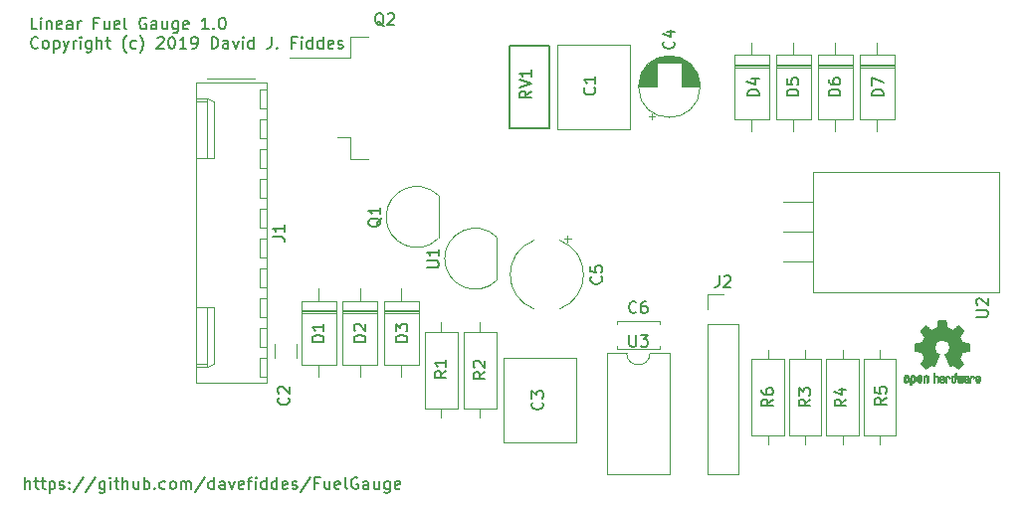
<source format=gbr>
G04 #@! TF.GenerationSoftware,KiCad,Pcbnew,6.0.0-unknown-r15630-3caa4376*
G04 #@! TF.CreationDate,2019-05-16T13:37:44+01:00*
G04 #@! TF.ProjectId,FuelGauge,4675656c-4761-4756-9765-2e6b69636164,1.0*
G04 #@! TF.SameCoordinates,Original*
G04 #@! TF.FileFunction,Legend,Top*
G04 #@! TF.FilePolarity,Positive*
%FSLAX46Y46*%
G04 Gerber Fmt 4.6, Leading zero omitted, Abs format (unit mm)*
G04 Created by KiCad (PCBNEW 6.0.0-unknown-r15630-3caa4376) date 2019-05-16 13:37:44*
%MOMM*%
%LPD*%
G04 APERTURE LIST*
%ADD10C,0.150000*%
%ADD11C,0.120000*%
%ADD12C,0.010000*%
G04 APERTURE END LIST*
D10*
X90017428Y-100631380D02*
X90017428Y-99631380D01*
X90446000Y-100631380D02*
X90446000Y-100107571D01*
X90398380Y-100012333D01*
X90303142Y-99964714D01*
X90160285Y-99964714D01*
X90065047Y-100012333D01*
X90017428Y-100059952D01*
X90779333Y-99964714D02*
X91160285Y-99964714D01*
X90922190Y-99631380D02*
X90922190Y-100488523D01*
X90969809Y-100583761D01*
X91065047Y-100631380D01*
X91160285Y-100631380D01*
X91350761Y-99964714D02*
X91731714Y-99964714D01*
X91493619Y-99631380D02*
X91493619Y-100488523D01*
X91541238Y-100583761D01*
X91636476Y-100631380D01*
X91731714Y-100631380D01*
X92065047Y-99964714D02*
X92065047Y-100964714D01*
X92065047Y-100012333D02*
X92160285Y-99964714D01*
X92350761Y-99964714D01*
X92446000Y-100012333D01*
X92493619Y-100059952D01*
X92541238Y-100155190D01*
X92541238Y-100440904D01*
X92493619Y-100536142D01*
X92446000Y-100583761D01*
X92350761Y-100631380D01*
X92160285Y-100631380D01*
X92065047Y-100583761D01*
X92922190Y-100583761D02*
X93017428Y-100631380D01*
X93207904Y-100631380D01*
X93303142Y-100583761D01*
X93350761Y-100488523D01*
X93350761Y-100440904D01*
X93303142Y-100345666D01*
X93207904Y-100298047D01*
X93065047Y-100298047D01*
X92969809Y-100250428D01*
X92922190Y-100155190D01*
X92922190Y-100107571D01*
X92969809Y-100012333D01*
X93065047Y-99964714D01*
X93207904Y-99964714D01*
X93303142Y-100012333D01*
X93779333Y-100536142D02*
X93826952Y-100583761D01*
X93779333Y-100631380D01*
X93731714Y-100583761D01*
X93779333Y-100536142D01*
X93779333Y-100631380D01*
X93779333Y-100012333D02*
X93826952Y-100059952D01*
X93779333Y-100107571D01*
X93731714Y-100059952D01*
X93779333Y-100012333D01*
X93779333Y-100107571D01*
X94969809Y-99583761D02*
X94112666Y-100869476D01*
X96017428Y-99583761D02*
X95160285Y-100869476D01*
X96779333Y-99964714D02*
X96779333Y-100774238D01*
X96731714Y-100869476D01*
X96684095Y-100917095D01*
X96588857Y-100964714D01*
X96446000Y-100964714D01*
X96350761Y-100917095D01*
X96779333Y-100583761D02*
X96684095Y-100631380D01*
X96493619Y-100631380D01*
X96398380Y-100583761D01*
X96350761Y-100536142D01*
X96303142Y-100440904D01*
X96303142Y-100155190D01*
X96350761Y-100059952D01*
X96398380Y-100012333D01*
X96493619Y-99964714D01*
X96684095Y-99964714D01*
X96779333Y-100012333D01*
X97255523Y-100631380D02*
X97255523Y-99964714D01*
X97255523Y-99631380D02*
X97207904Y-99679000D01*
X97255523Y-99726619D01*
X97303142Y-99679000D01*
X97255523Y-99631380D01*
X97255523Y-99726619D01*
X97588857Y-99964714D02*
X97969809Y-99964714D01*
X97731714Y-99631380D02*
X97731714Y-100488523D01*
X97779333Y-100583761D01*
X97874571Y-100631380D01*
X97969809Y-100631380D01*
X98303142Y-100631380D02*
X98303142Y-99631380D01*
X98731714Y-100631380D02*
X98731714Y-100107571D01*
X98684095Y-100012333D01*
X98588857Y-99964714D01*
X98446000Y-99964714D01*
X98350761Y-100012333D01*
X98303142Y-100059952D01*
X99636476Y-99964714D02*
X99636476Y-100631380D01*
X99207904Y-99964714D02*
X99207904Y-100488523D01*
X99255523Y-100583761D01*
X99350761Y-100631380D01*
X99493619Y-100631380D01*
X99588857Y-100583761D01*
X99636476Y-100536142D01*
X100112666Y-100631380D02*
X100112666Y-99631380D01*
X100112666Y-100012333D02*
X100207904Y-99964714D01*
X100398380Y-99964714D01*
X100493619Y-100012333D01*
X100541238Y-100059952D01*
X100588857Y-100155190D01*
X100588857Y-100440904D01*
X100541238Y-100536142D01*
X100493619Y-100583761D01*
X100398380Y-100631380D01*
X100207904Y-100631380D01*
X100112666Y-100583761D01*
X101017428Y-100536142D02*
X101065047Y-100583761D01*
X101017428Y-100631380D01*
X100969809Y-100583761D01*
X101017428Y-100536142D01*
X101017428Y-100631380D01*
X101922190Y-100583761D02*
X101826952Y-100631380D01*
X101636476Y-100631380D01*
X101541238Y-100583761D01*
X101493619Y-100536142D01*
X101446000Y-100440904D01*
X101446000Y-100155190D01*
X101493619Y-100059952D01*
X101541238Y-100012333D01*
X101636476Y-99964714D01*
X101826952Y-99964714D01*
X101922190Y-100012333D01*
X102493619Y-100631380D02*
X102398380Y-100583761D01*
X102350761Y-100536142D01*
X102303142Y-100440904D01*
X102303142Y-100155190D01*
X102350761Y-100059952D01*
X102398380Y-100012333D01*
X102493619Y-99964714D01*
X102636476Y-99964714D01*
X102731714Y-100012333D01*
X102779333Y-100059952D01*
X102826952Y-100155190D01*
X102826952Y-100440904D01*
X102779333Y-100536142D01*
X102731714Y-100583761D01*
X102636476Y-100631380D01*
X102493619Y-100631380D01*
X103255523Y-100631380D02*
X103255523Y-99964714D01*
X103255523Y-100059952D02*
X103303142Y-100012333D01*
X103398380Y-99964714D01*
X103541238Y-99964714D01*
X103636476Y-100012333D01*
X103684095Y-100107571D01*
X103684095Y-100631380D01*
X103684095Y-100107571D02*
X103731714Y-100012333D01*
X103826952Y-99964714D01*
X103969809Y-99964714D01*
X104065047Y-100012333D01*
X104112666Y-100107571D01*
X104112666Y-100631380D01*
X105303142Y-99583761D02*
X104446000Y-100869476D01*
X106065047Y-100631380D02*
X106065047Y-99631380D01*
X106065047Y-100583761D02*
X105969809Y-100631380D01*
X105779333Y-100631380D01*
X105684095Y-100583761D01*
X105636476Y-100536142D01*
X105588857Y-100440904D01*
X105588857Y-100155190D01*
X105636476Y-100059952D01*
X105684095Y-100012333D01*
X105779333Y-99964714D01*
X105969809Y-99964714D01*
X106065047Y-100012333D01*
X106969809Y-100631380D02*
X106969809Y-100107571D01*
X106922190Y-100012333D01*
X106826952Y-99964714D01*
X106636476Y-99964714D01*
X106541238Y-100012333D01*
X106969809Y-100583761D02*
X106874571Y-100631380D01*
X106636476Y-100631380D01*
X106541238Y-100583761D01*
X106493619Y-100488523D01*
X106493619Y-100393285D01*
X106541238Y-100298047D01*
X106636476Y-100250428D01*
X106874571Y-100250428D01*
X106969809Y-100202809D01*
X107350761Y-99964714D02*
X107588857Y-100631380D01*
X107826952Y-99964714D01*
X108588857Y-100583761D02*
X108493619Y-100631380D01*
X108303142Y-100631380D01*
X108207904Y-100583761D01*
X108160285Y-100488523D01*
X108160285Y-100107571D01*
X108207904Y-100012333D01*
X108303142Y-99964714D01*
X108493619Y-99964714D01*
X108588857Y-100012333D01*
X108636476Y-100107571D01*
X108636476Y-100202809D01*
X108160285Y-100298047D01*
X108922190Y-99964714D02*
X109303142Y-99964714D01*
X109065047Y-100631380D02*
X109065047Y-99774238D01*
X109112666Y-99679000D01*
X109207904Y-99631380D01*
X109303142Y-99631380D01*
X109636476Y-100631380D02*
X109636476Y-99964714D01*
X109636476Y-99631380D02*
X109588857Y-99679000D01*
X109636476Y-99726619D01*
X109684095Y-99679000D01*
X109636476Y-99631380D01*
X109636476Y-99726619D01*
X110541238Y-100631380D02*
X110541238Y-99631380D01*
X110541238Y-100583761D02*
X110446000Y-100631380D01*
X110255523Y-100631380D01*
X110160285Y-100583761D01*
X110112666Y-100536142D01*
X110065047Y-100440904D01*
X110065047Y-100155190D01*
X110112666Y-100059952D01*
X110160285Y-100012333D01*
X110255523Y-99964714D01*
X110446000Y-99964714D01*
X110541238Y-100012333D01*
X111446000Y-100631380D02*
X111446000Y-99631380D01*
X111446000Y-100583761D02*
X111350761Y-100631380D01*
X111160285Y-100631380D01*
X111065047Y-100583761D01*
X111017428Y-100536142D01*
X110969809Y-100440904D01*
X110969809Y-100155190D01*
X111017428Y-100059952D01*
X111065047Y-100012333D01*
X111160285Y-99964714D01*
X111350761Y-99964714D01*
X111446000Y-100012333D01*
X112303142Y-100583761D02*
X112207904Y-100631380D01*
X112017428Y-100631380D01*
X111922190Y-100583761D01*
X111874571Y-100488523D01*
X111874571Y-100107571D01*
X111922190Y-100012333D01*
X112017428Y-99964714D01*
X112207904Y-99964714D01*
X112303142Y-100012333D01*
X112350761Y-100107571D01*
X112350761Y-100202809D01*
X111874571Y-100298047D01*
X112731714Y-100583761D02*
X112826952Y-100631380D01*
X113017428Y-100631380D01*
X113112666Y-100583761D01*
X113160285Y-100488523D01*
X113160285Y-100440904D01*
X113112666Y-100345666D01*
X113017428Y-100298047D01*
X112874571Y-100298047D01*
X112779333Y-100250428D01*
X112731714Y-100155190D01*
X112731714Y-100107571D01*
X112779333Y-100012333D01*
X112874571Y-99964714D01*
X113017428Y-99964714D01*
X113112666Y-100012333D01*
X114303142Y-99583761D02*
X113446000Y-100869476D01*
X114969809Y-100107571D02*
X114636476Y-100107571D01*
X114636476Y-100631380D02*
X114636476Y-99631380D01*
X115112666Y-99631380D01*
X115922190Y-99964714D02*
X115922190Y-100631380D01*
X115493619Y-99964714D02*
X115493619Y-100488523D01*
X115541238Y-100583761D01*
X115636476Y-100631380D01*
X115779333Y-100631380D01*
X115874571Y-100583761D01*
X115922190Y-100536142D01*
X116779333Y-100583761D02*
X116684095Y-100631380D01*
X116493619Y-100631380D01*
X116398380Y-100583761D01*
X116350761Y-100488523D01*
X116350761Y-100107571D01*
X116398380Y-100012333D01*
X116493619Y-99964714D01*
X116684095Y-99964714D01*
X116779333Y-100012333D01*
X116826952Y-100107571D01*
X116826952Y-100202809D01*
X116350761Y-100298047D01*
X117398380Y-100631380D02*
X117303142Y-100583761D01*
X117255523Y-100488523D01*
X117255523Y-99631380D01*
X118303142Y-99679000D02*
X118207904Y-99631380D01*
X118065047Y-99631380D01*
X117922190Y-99679000D01*
X117826952Y-99774238D01*
X117779333Y-99869476D01*
X117731714Y-100059952D01*
X117731714Y-100202809D01*
X117779333Y-100393285D01*
X117826952Y-100488523D01*
X117922190Y-100583761D01*
X118065047Y-100631380D01*
X118160285Y-100631380D01*
X118303142Y-100583761D01*
X118350761Y-100536142D01*
X118350761Y-100202809D01*
X118160285Y-100202809D01*
X119207904Y-100631380D02*
X119207904Y-100107571D01*
X119160285Y-100012333D01*
X119065047Y-99964714D01*
X118874571Y-99964714D01*
X118779333Y-100012333D01*
X119207904Y-100583761D02*
X119112666Y-100631380D01*
X118874571Y-100631380D01*
X118779333Y-100583761D01*
X118731714Y-100488523D01*
X118731714Y-100393285D01*
X118779333Y-100298047D01*
X118874571Y-100250428D01*
X119112666Y-100250428D01*
X119207904Y-100202809D01*
X120112666Y-99964714D02*
X120112666Y-100631380D01*
X119684095Y-99964714D02*
X119684095Y-100488523D01*
X119731714Y-100583761D01*
X119826952Y-100631380D01*
X119969809Y-100631380D01*
X120065047Y-100583761D01*
X120112666Y-100536142D01*
X121017428Y-99964714D02*
X121017428Y-100774238D01*
X120969809Y-100869476D01*
X120922190Y-100917095D01*
X120826952Y-100964714D01*
X120684095Y-100964714D01*
X120588857Y-100917095D01*
X121017428Y-100583761D02*
X120922190Y-100631380D01*
X120731714Y-100631380D01*
X120636476Y-100583761D01*
X120588857Y-100536142D01*
X120541238Y-100440904D01*
X120541238Y-100155190D01*
X120588857Y-100059952D01*
X120636476Y-100012333D01*
X120731714Y-99964714D01*
X120922190Y-99964714D01*
X121017428Y-100012333D01*
X121874571Y-100583761D02*
X121779333Y-100631380D01*
X121588857Y-100631380D01*
X121493619Y-100583761D01*
X121445999Y-100488523D01*
X121445999Y-100107571D01*
X121493619Y-100012333D01*
X121588857Y-99964714D01*
X121779333Y-99964714D01*
X121874571Y-100012333D01*
X121922190Y-100107571D01*
X121922190Y-100202809D01*
X121445999Y-100298047D01*
X91009785Y-61452380D02*
X90533595Y-61452380D01*
X90533595Y-60452380D01*
X91343119Y-61452380D02*
X91343119Y-60785714D01*
X91343119Y-60452380D02*
X91295500Y-60500000D01*
X91343119Y-60547619D01*
X91390738Y-60500000D01*
X91343119Y-60452380D01*
X91343119Y-60547619D01*
X91819309Y-60785714D02*
X91819309Y-61452380D01*
X91819309Y-60880952D02*
X91866928Y-60833333D01*
X91962166Y-60785714D01*
X92105023Y-60785714D01*
X92200261Y-60833333D01*
X92247880Y-60928571D01*
X92247880Y-61452380D01*
X93105023Y-61404761D02*
X93009785Y-61452380D01*
X92819309Y-61452380D01*
X92724071Y-61404761D01*
X92676452Y-61309523D01*
X92676452Y-60928571D01*
X92724071Y-60833333D01*
X92819309Y-60785714D01*
X93009785Y-60785714D01*
X93105023Y-60833333D01*
X93152642Y-60928571D01*
X93152642Y-61023809D01*
X92676452Y-61119047D01*
X94009785Y-61452380D02*
X94009785Y-60928571D01*
X93962166Y-60833333D01*
X93866928Y-60785714D01*
X93676452Y-60785714D01*
X93581214Y-60833333D01*
X94009785Y-61404761D02*
X93914547Y-61452380D01*
X93676452Y-61452380D01*
X93581214Y-61404761D01*
X93533595Y-61309523D01*
X93533595Y-61214285D01*
X93581214Y-61119047D01*
X93676452Y-61071428D01*
X93914547Y-61071428D01*
X94009785Y-61023809D01*
X94485976Y-61452380D02*
X94485976Y-60785714D01*
X94485976Y-60976190D02*
X94533595Y-60880952D01*
X94581214Y-60833333D01*
X94676452Y-60785714D01*
X94771690Y-60785714D01*
X96200261Y-60928571D02*
X95866928Y-60928571D01*
X95866928Y-61452380D02*
X95866928Y-60452380D01*
X96343119Y-60452380D01*
X97152642Y-60785714D02*
X97152642Y-61452380D01*
X96724071Y-60785714D02*
X96724071Y-61309523D01*
X96771690Y-61404761D01*
X96866928Y-61452380D01*
X97009785Y-61452380D01*
X97105023Y-61404761D01*
X97152642Y-61357142D01*
X98009785Y-61404761D02*
X97914547Y-61452380D01*
X97724071Y-61452380D01*
X97628833Y-61404761D01*
X97581214Y-61309523D01*
X97581214Y-60928571D01*
X97628833Y-60833333D01*
X97724071Y-60785714D01*
X97914547Y-60785714D01*
X98009785Y-60833333D01*
X98057404Y-60928571D01*
X98057404Y-61023809D01*
X97581214Y-61119047D01*
X98628833Y-61452380D02*
X98533595Y-61404761D01*
X98485976Y-61309523D01*
X98485976Y-60452380D01*
X100295500Y-60500000D02*
X100200261Y-60452380D01*
X100057404Y-60452380D01*
X99914547Y-60500000D01*
X99819309Y-60595238D01*
X99771690Y-60690476D01*
X99724071Y-60880952D01*
X99724071Y-61023809D01*
X99771690Y-61214285D01*
X99819309Y-61309523D01*
X99914547Y-61404761D01*
X100057404Y-61452380D01*
X100152642Y-61452380D01*
X100295500Y-61404761D01*
X100343119Y-61357142D01*
X100343119Y-61023809D01*
X100152642Y-61023809D01*
X101200261Y-61452380D02*
X101200261Y-60928571D01*
X101152642Y-60833333D01*
X101057404Y-60785714D01*
X100866928Y-60785714D01*
X100771690Y-60833333D01*
X101200261Y-61404761D02*
X101105023Y-61452380D01*
X100866928Y-61452380D01*
X100771690Y-61404761D01*
X100724071Y-61309523D01*
X100724071Y-61214285D01*
X100771690Y-61119047D01*
X100866928Y-61071428D01*
X101105023Y-61071428D01*
X101200261Y-61023809D01*
X102105023Y-60785714D02*
X102105023Y-61452380D01*
X101676452Y-60785714D02*
X101676452Y-61309523D01*
X101724071Y-61404761D01*
X101819309Y-61452380D01*
X101962166Y-61452380D01*
X102057404Y-61404761D01*
X102105023Y-61357142D01*
X103009785Y-60785714D02*
X103009785Y-61595238D01*
X102962166Y-61690476D01*
X102914547Y-61738095D01*
X102819309Y-61785714D01*
X102676452Y-61785714D01*
X102581214Y-61738095D01*
X103009785Y-61404761D02*
X102914547Y-61452380D01*
X102724071Y-61452380D01*
X102628833Y-61404761D01*
X102581214Y-61357142D01*
X102533595Y-61261904D01*
X102533595Y-60976190D01*
X102581214Y-60880952D01*
X102628833Y-60833333D01*
X102724071Y-60785714D01*
X102914547Y-60785714D01*
X103009785Y-60833333D01*
X103866928Y-61404761D02*
X103771690Y-61452380D01*
X103581214Y-61452380D01*
X103485976Y-61404761D01*
X103438357Y-61309523D01*
X103438357Y-60928571D01*
X103485976Y-60833333D01*
X103581214Y-60785714D01*
X103771690Y-60785714D01*
X103866928Y-60833333D01*
X103914547Y-60928571D01*
X103914547Y-61023809D01*
X103438357Y-61119047D01*
X105628833Y-61452380D02*
X105057404Y-61452380D01*
X105343119Y-61452380D02*
X105343119Y-60452380D01*
X105247880Y-60595238D01*
X105152642Y-60690476D01*
X105057404Y-60738095D01*
X106057404Y-61357142D02*
X106105023Y-61404761D01*
X106057404Y-61452380D01*
X106009785Y-61404761D01*
X106057404Y-61357142D01*
X106057404Y-61452380D01*
X106724071Y-60452380D02*
X106819309Y-60452380D01*
X106914547Y-60500000D01*
X106962166Y-60547619D01*
X107009785Y-60642857D01*
X107057404Y-60833333D01*
X107057404Y-61071428D01*
X107009785Y-61261904D01*
X106962166Y-61357142D01*
X106914547Y-61404761D01*
X106819309Y-61452380D01*
X106724071Y-61452380D01*
X106628833Y-61404761D01*
X106581214Y-61357142D01*
X106533595Y-61261904D01*
X106485976Y-61071428D01*
X106485976Y-60833333D01*
X106533595Y-60642857D01*
X106581214Y-60547619D01*
X106628833Y-60500000D01*
X106724071Y-60452380D01*
X91105023Y-63007142D02*
X91057404Y-63054761D01*
X90914547Y-63102380D01*
X90819309Y-63102380D01*
X90676452Y-63054761D01*
X90581214Y-62959523D01*
X90533595Y-62864285D01*
X90485976Y-62673809D01*
X90485976Y-62530952D01*
X90533595Y-62340476D01*
X90581214Y-62245238D01*
X90676452Y-62150000D01*
X90819309Y-62102380D01*
X90914547Y-62102380D01*
X91057404Y-62150000D01*
X91105023Y-62197619D01*
X91676452Y-63102380D02*
X91581214Y-63054761D01*
X91533595Y-63007142D01*
X91485976Y-62911904D01*
X91485976Y-62626190D01*
X91533595Y-62530952D01*
X91581214Y-62483333D01*
X91676452Y-62435714D01*
X91819309Y-62435714D01*
X91914547Y-62483333D01*
X91962166Y-62530952D01*
X92009785Y-62626190D01*
X92009785Y-62911904D01*
X91962166Y-63007142D01*
X91914547Y-63054761D01*
X91819309Y-63102380D01*
X91676452Y-63102380D01*
X92438357Y-62435714D02*
X92438357Y-63435714D01*
X92438357Y-62483333D02*
X92533595Y-62435714D01*
X92724071Y-62435714D01*
X92819309Y-62483333D01*
X92866928Y-62530952D01*
X92914547Y-62626190D01*
X92914547Y-62911904D01*
X92866928Y-63007142D01*
X92819309Y-63054761D01*
X92724071Y-63102380D01*
X92533595Y-63102380D01*
X92438357Y-63054761D01*
X93247880Y-62435714D02*
X93485976Y-63102380D01*
X93724071Y-62435714D02*
X93485976Y-63102380D01*
X93390738Y-63340476D01*
X93343119Y-63388095D01*
X93247880Y-63435714D01*
X94105023Y-63102380D02*
X94105023Y-62435714D01*
X94105023Y-62626190D02*
X94152642Y-62530952D01*
X94200261Y-62483333D01*
X94295500Y-62435714D01*
X94390738Y-62435714D01*
X94724071Y-63102380D02*
X94724071Y-62435714D01*
X94724071Y-62102380D02*
X94676452Y-62150000D01*
X94724071Y-62197619D01*
X94771690Y-62150000D01*
X94724071Y-62102380D01*
X94724071Y-62197619D01*
X95628833Y-62435714D02*
X95628833Y-63245238D01*
X95581214Y-63340476D01*
X95533595Y-63388095D01*
X95438357Y-63435714D01*
X95295500Y-63435714D01*
X95200261Y-63388095D01*
X95628833Y-63054761D02*
X95533595Y-63102380D01*
X95343119Y-63102380D01*
X95247880Y-63054761D01*
X95200261Y-63007142D01*
X95152642Y-62911904D01*
X95152642Y-62626190D01*
X95200261Y-62530952D01*
X95247880Y-62483333D01*
X95343119Y-62435714D01*
X95533595Y-62435714D01*
X95628833Y-62483333D01*
X96105023Y-63102380D02*
X96105023Y-62102380D01*
X96533595Y-63102380D02*
X96533595Y-62578571D01*
X96485976Y-62483333D01*
X96390738Y-62435714D01*
X96247880Y-62435714D01*
X96152642Y-62483333D01*
X96105023Y-62530952D01*
X96866928Y-62435714D02*
X97247880Y-62435714D01*
X97009785Y-62102380D02*
X97009785Y-62959523D01*
X97057404Y-63054761D01*
X97152642Y-63102380D01*
X97247880Y-63102380D01*
X98628833Y-63483333D02*
X98581214Y-63435714D01*
X98485976Y-63292857D01*
X98438357Y-63197619D01*
X98390738Y-63054761D01*
X98343119Y-62816666D01*
X98343119Y-62626190D01*
X98390738Y-62388095D01*
X98438357Y-62245238D01*
X98485976Y-62150000D01*
X98581214Y-62007142D01*
X98628833Y-61959523D01*
X99438357Y-63054761D02*
X99343119Y-63102380D01*
X99152642Y-63102380D01*
X99057404Y-63054761D01*
X99009785Y-63007142D01*
X98962166Y-62911904D01*
X98962166Y-62626190D01*
X99009785Y-62530952D01*
X99057404Y-62483333D01*
X99152642Y-62435714D01*
X99343119Y-62435714D01*
X99438357Y-62483333D01*
X99771690Y-63483333D02*
X99819309Y-63435714D01*
X99914547Y-63292857D01*
X99962166Y-63197619D01*
X100009785Y-63054761D01*
X100057404Y-62816666D01*
X100057404Y-62626190D01*
X100009785Y-62388095D01*
X99962166Y-62245238D01*
X99914547Y-62150000D01*
X99819309Y-62007142D01*
X99771690Y-61959523D01*
X101247880Y-62197619D02*
X101295500Y-62150000D01*
X101390738Y-62102380D01*
X101628833Y-62102380D01*
X101724071Y-62150000D01*
X101771690Y-62197619D01*
X101819309Y-62292857D01*
X101819309Y-62388095D01*
X101771690Y-62530952D01*
X101200261Y-63102380D01*
X101819309Y-63102380D01*
X102438357Y-62102380D02*
X102533595Y-62102380D01*
X102628833Y-62150000D01*
X102676452Y-62197619D01*
X102724071Y-62292857D01*
X102771690Y-62483333D01*
X102771690Y-62721428D01*
X102724071Y-62911904D01*
X102676452Y-63007142D01*
X102628833Y-63054761D01*
X102533595Y-63102380D01*
X102438357Y-63102380D01*
X102343119Y-63054761D01*
X102295500Y-63007142D01*
X102247880Y-62911904D01*
X102200261Y-62721428D01*
X102200261Y-62483333D01*
X102247880Y-62292857D01*
X102295500Y-62197619D01*
X102343119Y-62150000D01*
X102438357Y-62102380D01*
X103724071Y-63102380D02*
X103152642Y-63102380D01*
X103438357Y-63102380D02*
X103438357Y-62102380D01*
X103343119Y-62245238D01*
X103247880Y-62340476D01*
X103152642Y-62388095D01*
X104200261Y-63102380D02*
X104390738Y-63102380D01*
X104485976Y-63054761D01*
X104533595Y-63007142D01*
X104628833Y-62864285D01*
X104676452Y-62673809D01*
X104676452Y-62292857D01*
X104628833Y-62197619D01*
X104581214Y-62150000D01*
X104485976Y-62102380D01*
X104295500Y-62102380D01*
X104200261Y-62150000D01*
X104152642Y-62197619D01*
X104105023Y-62292857D01*
X104105023Y-62530952D01*
X104152642Y-62626190D01*
X104200261Y-62673809D01*
X104295500Y-62721428D01*
X104485976Y-62721428D01*
X104581214Y-62673809D01*
X104628833Y-62626190D01*
X104676452Y-62530952D01*
X105866928Y-63102380D02*
X105866928Y-62102380D01*
X106105023Y-62102380D01*
X106247880Y-62150000D01*
X106343119Y-62245238D01*
X106390738Y-62340476D01*
X106438357Y-62530952D01*
X106438357Y-62673809D01*
X106390738Y-62864285D01*
X106343119Y-62959523D01*
X106247880Y-63054761D01*
X106105023Y-63102380D01*
X105866928Y-63102380D01*
X107295500Y-63102380D02*
X107295500Y-62578571D01*
X107247880Y-62483333D01*
X107152642Y-62435714D01*
X106962166Y-62435714D01*
X106866928Y-62483333D01*
X107295500Y-63054761D02*
X107200261Y-63102380D01*
X106962166Y-63102380D01*
X106866928Y-63054761D01*
X106819309Y-62959523D01*
X106819309Y-62864285D01*
X106866928Y-62769047D01*
X106962166Y-62721428D01*
X107200261Y-62721428D01*
X107295500Y-62673809D01*
X107676452Y-62435714D02*
X107914547Y-63102380D01*
X108152642Y-62435714D01*
X108533595Y-63102380D02*
X108533595Y-62435714D01*
X108533595Y-62102380D02*
X108485976Y-62150000D01*
X108533595Y-62197619D01*
X108581214Y-62150000D01*
X108533595Y-62102380D01*
X108533595Y-62197619D01*
X109438357Y-63102380D02*
X109438357Y-62102380D01*
X109438357Y-63054761D02*
X109343119Y-63102380D01*
X109152642Y-63102380D01*
X109057404Y-63054761D01*
X109009785Y-63007142D01*
X108962166Y-62911904D01*
X108962166Y-62626190D01*
X109009785Y-62530952D01*
X109057404Y-62483333D01*
X109152642Y-62435714D01*
X109343119Y-62435714D01*
X109438357Y-62483333D01*
X110962166Y-62102380D02*
X110962166Y-62816666D01*
X110914547Y-62959523D01*
X110819309Y-63054761D01*
X110676452Y-63102380D01*
X110581214Y-63102380D01*
X111438357Y-63007142D02*
X111485976Y-63054761D01*
X111438357Y-63102380D01*
X111390738Y-63054761D01*
X111438357Y-63007142D01*
X111438357Y-63102380D01*
X113009785Y-62578571D02*
X112676452Y-62578571D01*
X112676452Y-63102380D02*
X112676452Y-62102380D01*
X113152642Y-62102380D01*
X113533595Y-63102380D02*
X113533595Y-62435714D01*
X113533595Y-62102380D02*
X113485976Y-62150000D01*
X113533595Y-62197619D01*
X113581214Y-62150000D01*
X113533595Y-62102380D01*
X113533595Y-62197619D01*
X114438357Y-63102380D02*
X114438357Y-62102380D01*
X114438357Y-63054761D02*
X114343119Y-63102380D01*
X114152642Y-63102380D01*
X114057404Y-63054761D01*
X114009785Y-63007142D01*
X113962166Y-62911904D01*
X113962166Y-62626190D01*
X114009785Y-62530952D01*
X114057404Y-62483333D01*
X114152642Y-62435714D01*
X114343119Y-62435714D01*
X114438357Y-62483333D01*
X115343119Y-63102380D02*
X115343119Y-62102380D01*
X115343119Y-63054761D02*
X115247880Y-63102380D01*
X115057404Y-63102380D01*
X114962166Y-63054761D01*
X114914547Y-63007142D01*
X114866928Y-62911904D01*
X114866928Y-62626190D01*
X114914547Y-62530952D01*
X114962166Y-62483333D01*
X115057404Y-62435714D01*
X115247880Y-62435714D01*
X115343119Y-62483333D01*
X116200261Y-63054761D02*
X116105023Y-63102380D01*
X115914547Y-63102380D01*
X115819309Y-63054761D01*
X115771690Y-62959523D01*
X115771690Y-62578571D01*
X115819309Y-62483333D01*
X115914547Y-62435714D01*
X116105023Y-62435714D01*
X116200261Y-62483333D01*
X116247880Y-62578571D01*
X116247880Y-62673809D01*
X115771690Y-62769047D01*
X116628833Y-63054761D02*
X116724071Y-63102380D01*
X116914547Y-63102380D01*
X117009785Y-63054761D01*
X117057404Y-62959523D01*
X117057404Y-62911904D01*
X117009785Y-62816666D01*
X116914547Y-62769047D01*
X116771690Y-62769047D01*
X116676452Y-62721428D01*
X116628833Y-62626190D01*
X116628833Y-62578571D01*
X116676452Y-62483333D01*
X116771690Y-62435714D01*
X116914547Y-62435714D01*
X117009785Y-62483333D01*
D11*
X144822000Y-89037000D02*
X143172000Y-89037000D01*
X144822000Y-99317000D02*
X144822000Y-89037000D01*
X139522000Y-99317000D02*
X144822000Y-99317000D01*
X139522000Y-89037000D02*
X139522000Y-99317000D01*
X141172000Y-89037000D02*
X139522000Y-89037000D01*
X143172000Y-89037000D02*
G75*
G02X141172000Y-89037000I-1000000J0D01*
G01*
D12*
G36*
X168103910Y-86242348D02*
G01*
X168182454Y-86242778D01*
X168239298Y-86243942D01*
X168278105Y-86246207D01*
X168302538Y-86249940D01*
X168316262Y-86255506D01*
X168322940Y-86263273D01*
X168326236Y-86273605D01*
X168326556Y-86274943D01*
X168331562Y-86299079D01*
X168340829Y-86346701D01*
X168353392Y-86412741D01*
X168368287Y-86492128D01*
X168384551Y-86579796D01*
X168385119Y-86582875D01*
X168401410Y-86668789D01*
X168416652Y-86744696D01*
X168429861Y-86806045D01*
X168440054Y-86848282D01*
X168446248Y-86866855D01*
X168446543Y-86867184D01*
X168464788Y-86876253D01*
X168502405Y-86891367D01*
X168551271Y-86909262D01*
X168551543Y-86909358D01*
X168613093Y-86932493D01*
X168685657Y-86961965D01*
X168754057Y-86991597D01*
X168757294Y-86993062D01*
X168868702Y-87043626D01*
X169115399Y-86875160D01*
X169191077Y-86823803D01*
X169259631Y-86777889D01*
X169317088Y-86740030D01*
X169359476Y-86712837D01*
X169382825Y-86698921D01*
X169385042Y-86697889D01*
X169402010Y-86702484D01*
X169433701Y-86724655D01*
X169481352Y-86765447D01*
X169546198Y-86825905D01*
X169612397Y-86890227D01*
X169676214Y-86953612D01*
X169733329Y-87011451D01*
X169780305Y-87060175D01*
X169813703Y-87096210D01*
X169830085Y-87115984D01*
X169830694Y-87117002D01*
X169832505Y-87130572D01*
X169825683Y-87152733D01*
X169808540Y-87186478D01*
X169779393Y-87234800D01*
X169736555Y-87300692D01*
X169679448Y-87385517D01*
X169628766Y-87460177D01*
X169583461Y-87527140D01*
X169546150Y-87582516D01*
X169519452Y-87622420D01*
X169505985Y-87642962D01*
X169505137Y-87644356D01*
X169506781Y-87664038D01*
X169519245Y-87702293D01*
X169540048Y-87751889D01*
X169547462Y-87767728D01*
X169579814Y-87838290D01*
X169614328Y-87918353D01*
X169642365Y-87987629D01*
X169662568Y-88039045D01*
X169678615Y-88078119D01*
X169687888Y-88098541D01*
X169689041Y-88100114D01*
X169706096Y-88102721D01*
X169746298Y-88109863D01*
X169804302Y-88120523D01*
X169874763Y-88133685D01*
X169952335Y-88148333D01*
X170031672Y-88163449D01*
X170107431Y-88178018D01*
X170174264Y-88191022D01*
X170226828Y-88201445D01*
X170259776Y-88208270D01*
X170267857Y-88210199D01*
X170276205Y-88214962D01*
X170282506Y-88225718D01*
X170287045Y-88246098D01*
X170290104Y-88279734D01*
X170291967Y-88330255D01*
X170292918Y-88401292D01*
X170293240Y-88496476D01*
X170293257Y-88535492D01*
X170293257Y-88852799D01*
X170217057Y-88867839D01*
X170174663Y-88875995D01*
X170111400Y-88887899D01*
X170034962Y-88902116D01*
X169953043Y-88917210D01*
X169930400Y-88921355D01*
X169854806Y-88936053D01*
X169788953Y-88950505D01*
X169738366Y-88963375D01*
X169708574Y-88973322D01*
X169703612Y-88976287D01*
X169691426Y-88997283D01*
X169673953Y-89037967D01*
X169654577Y-89090322D01*
X169650734Y-89101600D01*
X169625339Y-89171523D01*
X169593817Y-89250418D01*
X169562969Y-89321266D01*
X169562817Y-89321595D01*
X169511447Y-89432733D01*
X169680399Y-89681253D01*
X169849352Y-89929772D01*
X169632429Y-90147058D01*
X169566819Y-90211726D01*
X169506979Y-90268733D01*
X169456267Y-90315033D01*
X169418046Y-90347584D01*
X169395675Y-90363343D01*
X169392466Y-90364343D01*
X169373626Y-90356469D01*
X169335180Y-90334578D01*
X169281330Y-90301267D01*
X169216276Y-90259131D01*
X169145940Y-90211943D01*
X169074555Y-90163810D01*
X169010908Y-90121928D01*
X168959041Y-90088871D01*
X168922995Y-90067218D01*
X168906867Y-90059543D01*
X168887189Y-90066037D01*
X168849875Y-90083150D01*
X168802621Y-90107326D01*
X168797612Y-90110013D01*
X168733977Y-90141927D01*
X168690341Y-90157579D01*
X168663202Y-90157745D01*
X168649057Y-90143204D01*
X168648975Y-90143000D01*
X168641905Y-90125779D01*
X168625042Y-90084899D01*
X168599695Y-90023525D01*
X168567171Y-89944819D01*
X168528778Y-89851947D01*
X168485822Y-89748072D01*
X168444222Y-89647502D01*
X168398504Y-89536516D01*
X168356526Y-89433703D01*
X168319548Y-89342215D01*
X168288827Y-89265201D01*
X168265622Y-89205815D01*
X168251190Y-89167209D01*
X168246743Y-89152800D01*
X168257896Y-89136272D01*
X168287069Y-89109930D01*
X168325971Y-89080887D01*
X168436757Y-88989039D01*
X168523351Y-88883759D01*
X168584716Y-88767266D01*
X168619815Y-88641776D01*
X168627608Y-88509507D01*
X168621943Y-88448457D01*
X168591078Y-88321795D01*
X168537920Y-88209941D01*
X168465767Y-88114001D01*
X168377917Y-88035076D01*
X168277665Y-87974270D01*
X168168310Y-87932687D01*
X168053147Y-87911428D01*
X167935475Y-87911599D01*
X167818590Y-87934301D01*
X167705789Y-87980638D01*
X167600369Y-88051713D01*
X167556368Y-88091911D01*
X167471979Y-88195129D01*
X167413222Y-88307925D01*
X167379704Y-88427010D01*
X167371035Y-88549095D01*
X167386823Y-88670893D01*
X167426678Y-88789116D01*
X167490207Y-88900475D01*
X167577021Y-89001684D01*
X167674029Y-89080887D01*
X167714437Y-89111162D01*
X167742982Y-89137219D01*
X167753257Y-89152825D01*
X167747877Y-89169843D01*
X167732575Y-89210500D01*
X167708612Y-89271642D01*
X167677244Y-89350119D01*
X167639732Y-89442780D01*
X167597333Y-89546472D01*
X167555663Y-89647526D01*
X167509690Y-89758607D01*
X167467107Y-89861541D01*
X167429221Y-89953165D01*
X167397340Y-90030316D01*
X167372771Y-90089831D01*
X167356820Y-90128544D01*
X167350910Y-90143000D01*
X167336948Y-90157685D01*
X167309940Y-90157642D01*
X167266413Y-90142099D01*
X167202890Y-90110284D01*
X167202388Y-90110013D01*
X167154560Y-90085323D01*
X167115897Y-90067338D01*
X167094095Y-90059614D01*
X167093133Y-90059543D01*
X167076721Y-90067378D01*
X167040487Y-90089165D01*
X166988474Y-90122328D01*
X166924725Y-90164291D01*
X166854060Y-90211943D01*
X166782116Y-90260191D01*
X166717274Y-90302151D01*
X166663735Y-90335227D01*
X166625697Y-90356821D01*
X166607533Y-90364343D01*
X166590808Y-90354457D01*
X166557180Y-90326826D01*
X166510010Y-90284495D01*
X166452658Y-90230505D01*
X166388484Y-90167899D01*
X166367497Y-90146983D01*
X166150499Y-89929623D01*
X166315668Y-89687220D01*
X166365864Y-89612781D01*
X166409919Y-89545972D01*
X166445362Y-89490665D01*
X166469719Y-89450729D01*
X166480522Y-89430036D01*
X166480838Y-89428563D01*
X166475143Y-89409058D01*
X166459826Y-89369822D01*
X166437537Y-89317430D01*
X166421893Y-89282355D01*
X166392641Y-89215201D01*
X166365094Y-89147358D01*
X166343737Y-89090034D01*
X166337935Y-89072572D01*
X166321452Y-89025938D01*
X166305340Y-88989905D01*
X166296490Y-88976287D01*
X166276960Y-88967952D01*
X166234334Y-88956137D01*
X166174145Y-88942181D01*
X166101922Y-88927422D01*
X166069600Y-88921355D01*
X165987522Y-88906273D01*
X165908795Y-88891669D01*
X165841109Y-88878980D01*
X165792160Y-88869642D01*
X165782943Y-88867839D01*
X165706743Y-88852799D01*
X165706743Y-88535492D01*
X165706914Y-88431154D01*
X165707616Y-88352213D01*
X165709134Y-88295038D01*
X165711749Y-88255999D01*
X165715746Y-88231465D01*
X165721409Y-88217805D01*
X165729020Y-88211389D01*
X165732143Y-88210199D01*
X165750978Y-88205980D01*
X165792588Y-88197562D01*
X165851630Y-88185961D01*
X165922757Y-88172195D01*
X166000625Y-88157280D01*
X166079887Y-88142232D01*
X166155198Y-88128069D01*
X166221213Y-88115806D01*
X166272587Y-88106461D01*
X166303975Y-88101050D01*
X166310959Y-88100114D01*
X166317285Y-88087596D01*
X166331290Y-88054246D01*
X166350355Y-88006377D01*
X166357634Y-87987629D01*
X166386996Y-87915195D01*
X166421571Y-87835170D01*
X166452537Y-87767728D01*
X166475323Y-87716159D01*
X166490482Y-87673785D01*
X166495542Y-87647834D01*
X166494736Y-87644356D01*
X166484041Y-87627936D01*
X166459620Y-87591417D01*
X166424095Y-87538687D01*
X166380087Y-87473635D01*
X166330217Y-87400151D01*
X166320356Y-87385645D01*
X166262492Y-87299704D01*
X166219956Y-87234261D01*
X166191054Y-87186304D01*
X166174090Y-87152820D01*
X166167367Y-87130795D01*
X166169190Y-87117217D01*
X166169236Y-87117131D01*
X166183586Y-87099297D01*
X166215323Y-87064817D01*
X166261010Y-87017268D01*
X166317204Y-86960222D01*
X166380468Y-86897255D01*
X166387602Y-86890227D01*
X166467330Y-86813020D01*
X166528857Y-86756330D01*
X166573421Y-86719110D01*
X166602257Y-86700315D01*
X166614958Y-86697889D01*
X166633494Y-86708471D01*
X166671961Y-86732916D01*
X166726386Y-86768612D01*
X166792798Y-86812947D01*
X166867225Y-86863311D01*
X166884601Y-86875160D01*
X167131297Y-87043626D01*
X167242706Y-86993062D01*
X167310457Y-86963595D01*
X167383183Y-86933959D01*
X167445703Y-86910330D01*
X167448457Y-86909358D01*
X167497360Y-86891457D01*
X167535057Y-86876320D01*
X167553425Y-86867210D01*
X167553456Y-86867184D01*
X167559285Y-86850717D01*
X167569192Y-86810219D01*
X167582195Y-86750242D01*
X167597309Y-86675340D01*
X167613552Y-86590064D01*
X167614881Y-86582875D01*
X167631175Y-86495014D01*
X167646133Y-86415260D01*
X167658791Y-86348681D01*
X167668186Y-86300347D01*
X167673354Y-86275325D01*
X167673444Y-86274943D01*
X167676589Y-86264299D01*
X167682704Y-86256262D01*
X167695453Y-86250467D01*
X167718500Y-86246547D01*
X167755509Y-86244135D01*
X167810144Y-86242865D01*
X167886067Y-86242371D01*
X167986944Y-86242286D01*
X168000000Y-86242286D01*
X168103910Y-86242348D01*
X168103910Y-86242348D01*
G37*
X168103910Y-86242348D02*
X168182454Y-86242778D01*
X168239298Y-86243942D01*
X168278105Y-86246207D01*
X168302538Y-86249940D01*
X168316262Y-86255506D01*
X168322940Y-86263273D01*
X168326236Y-86273605D01*
X168326556Y-86274943D01*
X168331562Y-86299079D01*
X168340829Y-86346701D01*
X168353392Y-86412741D01*
X168368287Y-86492128D01*
X168384551Y-86579796D01*
X168385119Y-86582875D01*
X168401410Y-86668789D01*
X168416652Y-86744696D01*
X168429861Y-86806045D01*
X168440054Y-86848282D01*
X168446248Y-86866855D01*
X168446543Y-86867184D01*
X168464788Y-86876253D01*
X168502405Y-86891367D01*
X168551271Y-86909262D01*
X168551543Y-86909358D01*
X168613093Y-86932493D01*
X168685657Y-86961965D01*
X168754057Y-86991597D01*
X168757294Y-86993062D01*
X168868702Y-87043626D01*
X169115399Y-86875160D01*
X169191077Y-86823803D01*
X169259631Y-86777889D01*
X169317088Y-86740030D01*
X169359476Y-86712837D01*
X169382825Y-86698921D01*
X169385042Y-86697889D01*
X169402010Y-86702484D01*
X169433701Y-86724655D01*
X169481352Y-86765447D01*
X169546198Y-86825905D01*
X169612397Y-86890227D01*
X169676214Y-86953612D01*
X169733329Y-87011451D01*
X169780305Y-87060175D01*
X169813703Y-87096210D01*
X169830085Y-87115984D01*
X169830694Y-87117002D01*
X169832505Y-87130572D01*
X169825683Y-87152733D01*
X169808540Y-87186478D01*
X169779393Y-87234800D01*
X169736555Y-87300692D01*
X169679448Y-87385517D01*
X169628766Y-87460177D01*
X169583461Y-87527140D01*
X169546150Y-87582516D01*
X169519452Y-87622420D01*
X169505985Y-87642962D01*
X169505137Y-87644356D01*
X169506781Y-87664038D01*
X169519245Y-87702293D01*
X169540048Y-87751889D01*
X169547462Y-87767728D01*
X169579814Y-87838290D01*
X169614328Y-87918353D01*
X169642365Y-87987629D01*
X169662568Y-88039045D01*
X169678615Y-88078119D01*
X169687888Y-88098541D01*
X169689041Y-88100114D01*
X169706096Y-88102721D01*
X169746298Y-88109863D01*
X169804302Y-88120523D01*
X169874763Y-88133685D01*
X169952335Y-88148333D01*
X170031672Y-88163449D01*
X170107431Y-88178018D01*
X170174264Y-88191022D01*
X170226828Y-88201445D01*
X170259776Y-88208270D01*
X170267857Y-88210199D01*
X170276205Y-88214962D01*
X170282506Y-88225718D01*
X170287045Y-88246098D01*
X170290104Y-88279734D01*
X170291967Y-88330255D01*
X170292918Y-88401292D01*
X170293240Y-88496476D01*
X170293257Y-88535492D01*
X170293257Y-88852799D01*
X170217057Y-88867839D01*
X170174663Y-88875995D01*
X170111400Y-88887899D01*
X170034962Y-88902116D01*
X169953043Y-88917210D01*
X169930400Y-88921355D01*
X169854806Y-88936053D01*
X169788953Y-88950505D01*
X169738366Y-88963375D01*
X169708574Y-88973322D01*
X169703612Y-88976287D01*
X169691426Y-88997283D01*
X169673953Y-89037967D01*
X169654577Y-89090322D01*
X169650734Y-89101600D01*
X169625339Y-89171523D01*
X169593817Y-89250418D01*
X169562969Y-89321266D01*
X169562817Y-89321595D01*
X169511447Y-89432733D01*
X169680399Y-89681253D01*
X169849352Y-89929772D01*
X169632429Y-90147058D01*
X169566819Y-90211726D01*
X169506979Y-90268733D01*
X169456267Y-90315033D01*
X169418046Y-90347584D01*
X169395675Y-90363343D01*
X169392466Y-90364343D01*
X169373626Y-90356469D01*
X169335180Y-90334578D01*
X169281330Y-90301267D01*
X169216276Y-90259131D01*
X169145940Y-90211943D01*
X169074555Y-90163810D01*
X169010908Y-90121928D01*
X168959041Y-90088871D01*
X168922995Y-90067218D01*
X168906867Y-90059543D01*
X168887189Y-90066037D01*
X168849875Y-90083150D01*
X168802621Y-90107326D01*
X168797612Y-90110013D01*
X168733977Y-90141927D01*
X168690341Y-90157579D01*
X168663202Y-90157745D01*
X168649057Y-90143204D01*
X168648975Y-90143000D01*
X168641905Y-90125779D01*
X168625042Y-90084899D01*
X168599695Y-90023525D01*
X168567171Y-89944819D01*
X168528778Y-89851947D01*
X168485822Y-89748072D01*
X168444222Y-89647502D01*
X168398504Y-89536516D01*
X168356526Y-89433703D01*
X168319548Y-89342215D01*
X168288827Y-89265201D01*
X168265622Y-89205815D01*
X168251190Y-89167209D01*
X168246743Y-89152800D01*
X168257896Y-89136272D01*
X168287069Y-89109930D01*
X168325971Y-89080887D01*
X168436757Y-88989039D01*
X168523351Y-88883759D01*
X168584716Y-88767266D01*
X168619815Y-88641776D01*
X168627608Y-88509507D01*
X168621943Y-88448457D01*
X168591078Y-88321795D01*
X168537920Y-88209941D01*
X168465767Y-88114001D01*
X168377917Y-88035076D01*
X168277665Y-87974270D01*
X168168310Y-87932687D01*
X168053147Y-87911428D01*
X167935475Y-87911599D01*
X167818590Y-87934301D01*
X167705789Y-87980638D01*
X167600369Y-88051713D01*
X167556368Y-88091911D01*
X167471979Y-88195129D01*
X167413222Y-88307925D01*
X167379704Y-88427010D01*
X167371035Y-88549095D01*
X167386823Y-88670893D01*
X167426678Y-88789116D01*
X167490207Y-88900475D01*
X167577021Y-89001684D01*
X167674029Y-89080887D01*
X167714437Y-89111162D01*
X167742982Y-89137219D01*
X167753257Y-89152825D01*
X167747877Y-89169843D01*
X167732575Y-89210500D01*
X167708612Y-89271642D01*
X167677244Y-89350119D01*
X167639732Y-89442780D01*
X167597333Y-89546472D01*
X167555663Y-89647526D01*
X167509690Y-89758607D01*
X167467107Y-89861541D01*
X167429221Y-89953165D01*
X167397340Y-90030316D01*
X167372771Y-90089831D01*
X167356820Y-90128544D01*
X167350910Y-90143000D01*
X167336948Y-90157685D01*
X167309940Y-90157642D01*
X167266413Y-90142099D01*
X167202890Y-90110284D01*
X167202388Y-90110013D01*
X167154560Y-90085323D01*
X167115897Y-90067338D01*
X167094095Y-90059614D01*
X167093133Y-90059543D01*
X167076721Y-90067378D01*
X167040487Y-90089165D01*
X166988474Y-90122328D01*
X166924725Y-90164291D01*
X166854060Y-90211943D01*
X166782116Y-90260191D01*
X166717274Y-90302151D01*
X166663735Y-90335227D01*
X166625697Y-90356821D01*
X166607533Y-90364343D01*
X166590808Y-90354457D01*
X166557180Y-90326826D01*
X166510010Y-90284495D01*
X166452658Y-90230505D01*
X166388484Y-90167899D01*
X166367497Y-90146983D01*
X166150499Y-89929623D01*
X166315668Y-89687220D01*
X166365864Y-89612781D01*
X166409919Y-89545972D01*
X166445362Y-89490665D01*
X166469719Y-89450729D01*
X166480522Y-89430036D01*
X166480838Y-89428563D01*
X166475143Y-89409058D01*
X166459826Y-89369822D01*
X166437537Y-89317430D01*
X166421893Y-89282355D01*
X166392641Y-89215201D01*
X166365094Y-89147358D01*
X166343737Y-89090034D01*
X166337935Y-89072572D01*
X166321452Y-89025938D01*
X166305340Y-88989905D01*
X166296490Y-88976287D01*
X166276960Y-88967952D01*
X166234334Y-88956137D01*
X166174145Y-88942181D01*
X166101922Y-88927422D01*
X166069600Y-88921355D01*
X165987522Y-88906273D01*
X165908795Y-88891669D01*
X165841109Y-88878980D01*
X165792160Y-88869642D01*
X165782943Y-88867839D01*
X165706743Y-88852799D01*
X165706743Y-88535492D01*
X165706914Y-88431154D01*
X165707616Y-88352213D01*
X165709134Y-88295038D01*
X165711749Y-88255999D01*
X165715746Y-88231465D01*
X165721409Y-88217805D01*
X165729020Y-88211389D01*
X165732143Y-88210199D01*
X165750978Y-88205980D01*
X165792588Y-88197562D01*
X165851630Y-88185961D01*
X165922757Y-88172195D01*
X166000625Y-88157280D01*
X166079887Y-88142232D01*
X166155198Y-88128069D01*
X166221213Y-88115806D01*
X166272587Y-88106461D01*
X166303975Y-88101050D01*
X166310959Y-88100114D01*
X166317285Y-88087596D01*
X166331290Y-88054246D01*
X166350355Y-88006377D01*
X166357634Y-87987629D01*
X166386996Y-87915195D01*
X166421571Y-87835170D01*
X166452537Y-87767728D01*
X166475323Y-87716159D01*
X166490482Y-87673785D01*
X166495542Y-87647834D01*
X166494736Y-87644356D01*
X166484041Y-87627936D01*
X166459620Y-87591417D01*
X166424095Y-87538687D01*
X166380087Y-87473635D01*
X166330217Y-87400151D01*
X166320356Y-87385645D01*
X166262492Y-87299704D01*
X166219956Y-87234261D01*
X166191054Y-87186304D01*
X166174090Y-87152820D01*
X166167367Y-87130795D01*
X166169190Y-87117217D01*
X166169236Y-87117131D01*
X166183586Y-87099297D01*
X166215323Y-87064817D01*
X166261010Y-87017268D01*
X166317204Y-86960222D01*
X166380468Y-86897255D01*
X166387602Y-86890227D01*
X166467330Y-86813020D01*
X166528857Y-86756330D01*
X166573421Y-86719110D01*
X166602257Y-86700315D01*
X166614958Y-86697889D01*
X166633494Y-86708471D01*
X166671961Y-86732916D01*
X166726386Y-86768612D01*
X166792798Y-86812947D01*
X166867225Y-86863311D01*
X166884601Y-86875160D01*
X167131297Y-87043626D01*
X167242706Y-86993062D01*
X167310457Y-86963595D01*
X167383183Y-86933959D01*
X167445703Y-86910330D01*
X167448457Y-86909358D01*
X167497360Y-86891457D01*
X167535057Y-86876320D01*
X167553425Y-86867210D01*
X167553456Y-86867184D01*
X167559285Y-86850717D01*
X167569192Y-86810219D01*
X167582195Y-86750242D01*
X167597309Y-86675340D01*
X167613552Y-86590064D01*
X167614881Y-86582875D01*
X167631175Y-86495014D01*
X167646133Y-86415260D01*
X167658791Y-86348681D01*
X167668186Y-86300347D01*
X167673354Y-86275325D01*
X167673444Y-86274943D01*
X167676589Y-86264299D01*
X167682704Y-86256262D01*
X167695453Y-86250467D01*
X167718500Y-86246547D01*
X167755509Y-86244135D01*
X167810144Y-86242865D01*
X167886067Y-86242371D01*
X167986944Y-86242286D01*
X168000000Y-86242286D01*
X168103910Y-86242348D01*
G36*
X171153595Y-90966966D02*
G01*
X171211021Y-91004497D01*
X171238719Y-91038096D01*
X171260662Y-91099064D01*
X171262405Y-91147308D01*
X171258457Y-91211816D01*
X171109686Y-91276934D01*
X171037349Y-91310202D01*
X170990084Y-91336964D01*
X170965507Y-91360144D01*
X170961237Y-91382667D01*
X170974889Y-91407455D01*
X170989943Y-91423886D01*
X171033746Y-91450235D01*
X171081389Y-91452081D01*
X171125145Y-91431546D01*
X171157289Y-91390752D01*
X171163038Y-91376347D01*
X171190576Y-91331356D01*
X171222258Y-91312182D01*
X171265714Y-91295779D01*
X171265714Y-91357966D01*
X171261872Y-91400283D01*
X171246823Y-91435969D01*
X171215280Y-91476943D01*
X171210592Y-91482267D01*
X171175506Y-91518720D01*
X171145347Y-91538283D01*
X171107615Y-91547283D01*
X171076335Y-91550230D01*
X171020385Y-91550965D01*
X170980555Y-91541660D01*
X170955708Y-91527846D01*
X170916656Y-91497467D01*
X170889625Y-91464613D01*
X170872517Y-91423294D01*
X170863238Y-91367521D01*
X170859693Y-91291305D01*
X170859410Y-91252622D01*
X170860372Y-91206247D01*
X170948007Y-91206247D01*
X170949023Y-91231126D01*
X170951556Y-91235200D01*
X170968274Y-91229665D01*
X171004249Y-91215017D01*
X171052331Y-91194190D01*
X171062386Y-91189714D01*
X171123152Y-91158814D01*
X171156632Y-91131657D01*
X171163990Y-91106220D01*
X171146391Y-91080481D01*
X171131856Y-91069109D01*
X171079410Y-91046364D01*
X171030322Y-91050122D01*
X170989227Y-91077884D01*
X170960758Y-91127152D01*
X170951631Y-91166257D01*
X170948007Y-91206247D01*
X170860372Y-91206247D01*
X170861285Y-91162249D01*
X170868196Y-91095384D01*
X170881884Y-91046695D01*
X170904096Y-91010849D01*
X170936574Y-90982513D01*
X170950733Y-90973355D01*
X171015053Y-90949507D01*
X171085473Y-90948006D01*
X171153595Y-90966966D01*
X171153595Y-90966966D01*
G37*
X171153595Y-90966966D02*
X171211021Y-91004497D01*
X171238719Y-91038096D01*
X171260662Y-91099064D01*
X171262405Y-91147308D01*
X171258457Y-91211816D01*
X171109686Y-91276934D01*
X171037349Y-91310202D01*
X170990084Y-91336964D01*
X170965507Y-91360144D01*
X170961237Y-91382667D01*
X170974889Y-91407455D01*
X170989943Y-91423886D01*
X171033746Y-91450235D01*
X171081389Y-91452081D01*
X171125145Y-91431546D01*
X171157289Y-91390752D01*
X171163038Y-91376347D01*
X171190576Y-91331356D01*
X171222258Y-91312182D01*
X171265714Y-91295779D01*
X171265714Y-91357966D01*
X171261872Y-91400283D01*
X171246823Y-91435969D01*
X171215280Y-91476943D01*
X171210592Y-91482267D01*
X171175506Y-91518720D01*
X171145347Y-91538283D01*
X171107615Y-91547283D01*
X171076335Y-91550230D01*
X171020385Y-91550965D01*
X170980555Y-91541660D01*
X170955708Y-91527846D01*
X170916656Y-91497467D01*
X170889625Y-91464613D01*
X170872517Y-91423294D01*
X170863238Y-91367521D01*
X170859693Y-91291305D01*
X170859410Y-91252622D01*
X170860372Y-91206247D01*
X170948007Y-91206247D01*
X170949023Y-91231126D01*
X170951556Y-91235200D01*
X170968274Y-91229665D01*
X171004249Y-91215017D01*
X171052331Y-91194190D01*
X171062386Y-91189714D01*
X171123152Y-91158814D01*
X171156632Y-91131657D01*
X171163990Y-91106220D01*
X171146391Y-91080481D01*
X171131856Y-91069109D01*
X171079410Y-91046364D01*
X171030322Y-91050122D01*
X170989227Y-91077884D01*
X170960758Y-91127152D01*
X170951631Y-91166257D01*
X170948007Y-91206247D01*
X170860372Y-91206247D01*
X170861285Y-91162249D01*
X170868196Y-91095384D01*
X170881884Y-91046695D01*
X170904096Y-91010849D01*
X170936574Y-90982513D01*
X170950733Y-90973355D01*
X171015053Y-90949507D01*
X171085473Y-90948006D01*
X171153595Y-90966966D01*
G36*
X170652600Y-90958752D02*
G01*
X170669948Y-90966334D01*
X170711356Y-90999128D01*
X170746765Y-91046547D01*
X170768664Y-91097151D01*
X170772229Y-91122098D01*
X170760279Y-91156927D01*
X170734067Y-91175357D01*
X170705964Y-91186516D01*
X170693095Y-91188572D01*
X170686829Y-91173649D01*
X170674456Y-91141175D01*
X170669028Y-91126502D01*
X170638590Y-91075744D01*
X170594520Y-91050427D01*
X170538010Y-91051206D01*
X170533825Y-91052203D01*
X170503655Y-91066507D01*
X170481476Y-91094393D01*
X170466327Y-91139287D01*
X170457250Y-91204615D01*
X170453286Y-91293804D01*
X170452914Y-91341261D01*
X170452730Y-91416071D01*
X170451522Y-91467069D01*
X170448309Y-91499471D01*
X170442109Y-91518495D01*
X170431940Y-91529356D01*
X170416819Y-91537272D01*
X170415946Y-91537670D01*
X170386828Y-91549981D01*
X170372403Y-91554514D01*
X170370186Y-91540809D01*
X170368289Y-91502925D01*
X170366847Y-91445715D01*
X170365998Y-91374027D01*
X170365829Y-91321565D01*
X170366692Y-91220047D01*
X170370070Y-91143032D01*
X170377142Y-91086023D01*
X170389088Y-91044526D01*
X170407090Y-91014043D01*
X170432327Y-90990080D01*
X170457247Y-90973355D01*
X170517171Y-90951097D01*
X170586911Y-90946076D01*
X170652600Y-90958752D01*
X170652600Y-90958752D01*
G37*
X170652600Y-90958752D02*
X170669948Y-90966334D01*
X170711356Y-90999128D01*
X170746765Y-91046547D01*
X170768664Y-91097151D01*
X170772229Y-91122098D01*
X170760279Y-91156927D01*
X170734067Y-91175357D01*
X170705964Y-91186516D01*
X170693095Y-91188572D01*
X170686829Y-91173649D01*
X170674456Y-91141175D01*
X170669028Y-91126502D01*
X170638590Y-91075744D01*
X170594520Y-91050427D01*
X170538010Y-91051206D01*
X170533825Y-91052203D01*
X170503655Y-91066507D01*
X170481476Y-91094393D01*
X170466327Y-91139287D01*
X170457250Y-91204615D01*
X170453286Y-91293804D01*
X170452914Y-91341261D01*
X170452730Y-91416071D01*
X170451522Y-91467069D01*
X170448309Y-91499471D01*
X170442109Y-91518495D01*
X170431940Y-91529356D01*
X170416819Y-91537272D01*
X170415946Y-91537670D01*
X170386828Y-91549981D01*
X170372403Y-91554514D01*
X170370186Y-91540809D01*
X170368289Y-91502925D01*
X170366847Y-91445715D01*
X170365998Y-91374027D01*
X170365829Y-91321565D01*
X170366692Y-91220047D01*
X170370070Y-91143032D01*
X170377142Y-91086023D01*
X170389088Y-91044526D01*
X170407090Y-91014043D01*
X170432327Y-90990080D01*
X170457247Y-90973355D01*
X170517171Y-90951097D01*
X170586911Y-90946076D01*
X170652600Y-90958752D01*
G36*
X170144876Y-90956335D02*
G01*
X170186667Y-90975344D01*
X170219469Y-90998378D01*
X170243503Y-91024133D01*
X170260097Y-91057358D01*
X170270577Y-91102800D01*
X170276271Y-91165207D01*
X170278507Y-91249327D01*
X170278743Y-91304721D01*
X170278743Y-91520826D01*
X170241774Y-91537670D01*
X170212656Y-91549981D01*
X170198231Y-91554514D01*
X170195472Y-91541025D01*
X170193282Y-91504653D01*
X170191942Y-91451542D01*
X170191657Y-91409372D01*
X170190434Y-91348447D01*
X170187136Y-91300115D01*
X170182321Y-91270518D01*
X170178496Y-91264229D01*
X170152783Y-91270652D01*
X170112418Y-91287125D01*
X170065679Y-91309458D01*
X170020845Y-91333457D01*
X169986193Y-91354930D01*
X169970002Y-91369685D01*
X169969938Y-91369845D01*
X169971330Y-91397152D01*
X169983818Y-91423219D01*
X170005743Y-91444392D01*
X170037743Y-91451474D01*
X170065092Y-91450649D01*
X170103826Y-91450042D01*
X170124158Y-91459116D01*
X170136369Y-91483092D01*
X170137909Y-91487613D01*
X170143203Y-91521806D01*
X170129047Y-91542568D01*
X170092148Y-91552462D01*
X170052289Y-91554292D01*
X169980562Y-91540727D01*
X169943432Y-91521355D01*
X169897576Y-91475845D01*
X169873256Y-91419983D01*
X169871073Y-91360957D01*
X169891629Y-91305953D01*
X169922549Y-91271486D01*
X169953420Y-91252189D01*
X170001942Y-91227759D01*
X170058485Y-91202985D01*
X170067910Y-91199199D01*
X170130019Y-91171791D01*
X170165822Y-91147634D01*
X170177337Y-91123619D01*
X170166580Y-91096635D01*
X170148114Y-91075543D01*
X170104469Y-91049572D01*
X170056446Y-91047624D01*
X170012406Y-91067637D01*
X169980709Y-91107551D01*
X169976549Y-91117848D01*
X169952327Y-91155724D01*
X169916965Y-91183842D01*
X169872343Y-91206917D01*
X169872343Y-91141485D01*
X169874969Y-91101506D01*
X169886230Y-91069997D01*
X169911199Y-91036378D01*
X169935169Y-91010484D01*
X169972441Y-90973817D01*
X170001401Y-90954121D01*
X170032505Y-90946220D01*
X170067713Y-90944914D01*
X170144876Y-90956335D01*
X170144876Y-90956335D01*
G37*
X170144876Y-90956335D02*
X170186667Y-90975344D01*
X170219469Y-90998378D01*
X170243503Y-91024133D01*
X170260097Y-91057358D01*
X170270577Y-91102800D01*
X170276271Y-91165207D01*
X170278507Y-91249327D01*
X170278743Y-91304721D01*
X170278743Y-91520826D01*
X170241774Y-91537670D01*
X170212656Y-91549981D01*
X170198231Y-91554514D01*
X170195472Y-91541025D01*
X170193282Y-91504653D01*
X170191942Y-91451542D01*
X170191657Y-91409372D01*
X170190434Y-91348447D01*
X170187136Y-91300115D01*
X170182321Y-91270518D01*
X170178496Y-91264229D01*
X170152783Y-91270652D01*
X170112418Y-91287125D01*
X170065679Y-91309458D01*
X170020845Y-91333457D01*
X169986193Y-91354930D01*
X169970002Y-91369685D01*
X169969938Y-91369845D01*
X169971330Y-91397152D01*
X169983818Y-91423219D01*
X170005743Y-91444392D01*
X170037743Y-91451474D01*
X170065092Y-91450649D01*
X170103826Y-91450042D01*
X170124158Y-91459116D01*
X170136369Y-91483092D01*
X170137909Y-91487613D01*
X170143203Y-91521806D01*
X170129047Y-91542568D01*
X170092148Y-91552462D01*
X170052289Y-91554292D01*
X169980562Y-91540727D01*
X169943432Y-91521355D01*
X169897576Y-91475845D01*
X169873256Y-91419983D01*
X169871073Y-91360957D01*
X169891629Y-91305953D01*
X169922549Y-91271486D01*
X169953420Y-91252189D01*
X170001942Y-91227759D01*
X170058485Y-91202985D01*
X170067910Y-91199199D01*
X170130019Y-91171791D01*
X170165822Y-91147634D01*
X170177337Y-91123619D01*
X170166580Y-91096635D01*
X170148114Y-91075543D01*
X170104469Y-91049572D01*
X170056446Y-91047624D01*
X170012406Y-91067637D01*
X169980709Y-91107551D01*
X169976549Y-91117848D01*
X169952327Y-91155724D01*
X169916965Y-91183842D01*
X169872343Y-91206917D01*
X169872343Y-91141485D01*
X169874969Y-91101506D01*
X169886230Y-91069997D01*
X169911199Y-91036378D01*
X169935169Y-91010484D01*
X169972441Y-90973817D01*
X170001401Y-90954121D01*
X170032505Y-90946220D01*
X170067713Y-90944914D01*
X170144876Y-90956335D01*
G36*
X169779833Y-90958663D02*
G01*
X169782048Y-90996850D01*
X169783784Y-91054886D01*
X169784899Y-91128180D01*
X169785257Y-91205055D01*
X169785257Y-91465196D01*
X169739326Y-91511127D01*
X169707675Y-91539429D01*
X169679890Y-91550893D01*
X169641915Y-91550168D01*
X169626840Y-91548321D01*
X169579726Y-91542948D01*
X169540756Y-91539869D01*
X169531257Y-91539585D01*
X169499233Y-91541445D01*
X169453432Y-91546114D01*
X169435674Y-91548321D01*
X169392057Y-91551735D01*
X169362745Y-91544320D01*
X169333680Y-91521427D01*
X169323188Y-91511127D01*
X169277257Y-91465196D01*
X169277257Y-90978602D01*
X169314226Y-90961758D01*
X169346059Y-90949282D01*
X169364683Y-90944914D01*
X169369458Y-90958718D01*
X169373921Y-90997286D01*
X169377775Y-91056356D01*
X169380722Y-91131663D01*
X169382143Y-91195286D01*
X169386114Y-91445657D01*
X169420759Y-91450556D01*
X169452268Y-91447131D01*
X169467708Y-91436041D01*
X169472023Y-91415308D01*
X169475708Y-91371145D01*
X169478469Y-91309146D01*
X169480012Y-91234909D01*
X169480235Y-91196706D01*
X169480457Y-90976783D01*
X169526166Y-90960849D01*
X169558518Y-90950015D01*
X169576115Y-90944962D01*
X169576623Y-90944914D01*
X169578388Y-90958648D01*
X169580329Y-90996730D01*
X169582282Y-91054482D01*
X169584084Y-91127227D01*
X169585343Y-91195286D01*
X169589314Y-91445657D01*
X169676400Y-91445657D01*
X169680396Y-91217240D01*
X169684392Y-90988822D01*
X169726847Y-90966868D01*
X169758192Y-90951793D01*
X169776744Y-90944951D01*
X169777279Y-90944914D01*
X169779833Y-90958663D01*
X169779833Y-90958663D01*
G37*
X169779833Y-90958663D02*
X169782048Y-90996850D01*
X169783784Y-91054886D01*
X169784899Y-91128180D01*
X169785257Y-91205055D01*
X169785257Y-91465196D01*
X169739326Y-91511127D01*
X169707675Y-91539429D01*
X169679890Y-91550893D01*
X169641915Y-91550168D01*
X169626840Y-91548321D01*
X169579726Y-91542948D01*
X169540756Y-91539869D01*
X169531257Y-91539585D01*
X169499233Y-91541445D01*
X169453432Y-91546114D01*
X169435674Y-91548321D01*
X169392057Y-91551735D01*
X169362745Y-91544320D01*
X169333680Y-91521427D01*
X169323188Y-91511127D01*
X169277257Y-91465196D01*
X169277257Y-90978602D01*
X169314226Y-90961758D01*
X169346059Y-90949282D01*
X169364683Y-90944914D01*
X169369458Y-90958718D01*
X169373921Y-90997286D01*
X169377775Y-91056356D01*
X169380722Y-91131663D01*
X169382143Y-91195286D01*
X169386114Y-91445657D01*
X169420759Y-91450556D01*
X169452268Y-91447131D01*
X169467708Y-91436041D01*
X169472023Y-91415308D01*
X169475708Y-91371145D01*
X169478469Y-91309146D01*
X169480012Y-91234909D01*
X169480235Y-91196706D01*
X169480457Y-90976783D01*
X169526166Y-90960849D01*
X169558518Y-90950015D01*
X169576115Y-90944962D01*
X169576623Y-90944914D01*
X169578388Y-90958648D01*
X169580329Y-90996730D01*
X169582282Y-91054482D01*
X169584084Y-91127227D01*
X169585343Y-91195286D01*
X169589314Y-91445657D01*
X169676400Y-91445657D01*
X169680396Y-91217240D01*
X169684392Y-90988822D01*
X169726847Y-90966868D01*
X169758192Y-90951793D01*
X169776744Y-90944951D01*
X169777279Y-90944914D01*
X169779833Y-90958663D01*
G36*
X169190117Y-91065358D02*
G01*
X169189933Y-91173837D01*
X169189219Y-91257287D01*
X169187675Y-91319704D01*
X169185001Y-91365085D01*
X169180894Y-91397429D01*
X169175055Y-91420733D01*
X169167182Y-91438995D01*
X169161221Y-91449418D01*
X169111855Y-91505945D01*
X169049264Y-91541377D01*
X168980013Y-91554090D01*
X168910668Y-91542463D01*
X168869375Y-91521568D01*
X168826025Y-91485422D01*
X168796481Y-91441276D01*
X168778655Y-91383462D01*
X168770463Y-91306313D01*
X168769302Y-91249714D01*
X168769458Y-91245647D01*
X168870857Y-91245647D01*
X168871476Y-91310550D01*
X168874314Y-91353514D01*
X168880840Y-91381622D01*
X168892523Y-91401953D01*
X168906483Y-91417288D01*
X168953365Y-91446890D01*
X169003701Y-91449419D01*
X169051276Y-91424705D01*
X169054979Y-91421356D01*
X169070783Y-91403935D01*
X169080693Y-91383209D01*
X169086058Y-91352362D01*
X169088228Y-91304577D01*
X169088571Y-91251748D01*
X169087827Y-91185381D01*
X169084748Y-91141106D01*
X169078061Y-91112009D01*
X169066496Y-91091173D01*
X169057013Y-91080107D01*
X169012960Y-91052198D01*
X168962224Y-91048843D01*
X168913796Y-91070159D01*
X168904450Y-91078073D01*
X168888540Y-91095647D01*
X168878610Y-91116587D01*
X168873278Y-91147782D01*
X168871163Y-91196122D01*
X168870857Y-91245647D01*
X168769458Y-91245647D01*
X168772810Y-91158568D01*
X168784726Y-91090086D01*
X168807135Y-91038600D01*
X168842124Y-90998443D01*
X168869375Y-90977861D01*
X168918907Y-90955625D01*
X168976316Y-90945304D01*
X169029682Y-90948067D01*
X169059543Y-90959212D01*
X169071261Y-90962383D01*
X169079037Y-90950557D01*
X169084465Y-90918866D01*
X169088571Y-90870593D01*
X169093067Y-90816829D01*
X169099313Y-90784482D01*
X169110676Y-90765985D01*
X169130528Y-90753770D01*
X169143000Y-90748362D01*
X169190171Y-90728601D01*
X169190117Y-91065358D01*
X169190117Y-91065358D01*
G37*
X169190117Y-91065358D02*
X169189933Y-91173837D01*
X169189219Y-91257287D01*
X169187675Y-91319704D01*
X169185001Y-91365085D01*
X169180894Y-91397429D01*
X169175055Y-91420733D01*
X169167182Y-91438995D01*
X169161221Y-91449418D01*
X169111855Y-91505945D01*
X169049264Y-91541377D01*
X168980013Y-91554090D01*
X168910668Y-91542463D01*
X168869375Y-91521568D01*
X168826025Y-91485422D01*
X168796481Y-91441276D01*
X168778655Y-91383462D01*
X168770463Y-91306313D01*
X168769302Y-91249714D01*
X168769458Y-91245647D01*
X168870857Y-91245647D01*
X168871476Y-91310550D01*
X168874314Y-91353514D01*
X168880840Y-91381622D01*
X168892523Y-91401953D01*
X168906483Y-91417288D01*
X168953365Y-91446890D01*
X169003701Y-91449419D01*
X169051276Y-91424705D01*
X169054979Y-91421356D01*
X169070783Y-91403935D01*
X169080693Y-91383209D01*
X169086058Y-91352362D01*
X169088228Y-91304577D01*
X169088571Y-91251748D01*
X169087827Y-91185381D01*
X169084748Y-91141106D01*
X169078061Y-91112009D01*
X169066496Y-91091173D01*
X169057013Y-91080107D01*
X169012960Y-91052198D01*
X168962224Y-91048843D01*
X168913796Y-91070159D01*
X168904450Y-91078073D01*
X168888540Y-91095647D01*
X168878610Y-91116587D01*
X168873278Y-91147782D01*
X168871163Y-91196122D01*
X168870857Y-91245647D01*
X168769458Y-91245647D01*
X168772810Y-91158568D01*
X168784726Y-91090086D01*
X168807135Y-91038600D01*
X168842124Y-90998443D01*
X168869375Y-90977861D01*
X168918907Y-90955625D01*
X168976316Y-90945304D01*
X169029682Y-90948067D01*
X169059543Y-90959212D01*
X169071261Y-90962383D01*
X169079037Y-90950557D01*
X169084465Y-90918866D01*
X169088571Y-90870593D01*
X169093067Y-90816829D01*
X169099313Y-90784482D01*
X169110676Y-90765985D01*
X169130528Y-90753770D01*
X169143000Y-90748362D01*
X169190171Y-90728601D01*
X169190117Y-91065358D01*
G36*
X168529926Y-90949755D02*
G01*
X168595858Y-90974084D01*
X168649273Y-91017117D01*
X168670164Y-91047409D01*
X168692939Y-91102994D01*
X168692466Y-91143186D01*
X168668562Y-91170217D01*
X168659717Y-91174813D01*
X168621530Y-91189144D01*
X168602028Y-91185472D01*
X168595422Y-91161407D01*
X168595086Y-91148114D01*
X168582992Y-91099210D01*
X168551471Y-91064999D01*
X168507659Y-91048476D01*
X168458695Y-91052634D01*
X168418894Y-91074227D01*
X168405450Y-91086544D01*
X168395921Y-91101487D01*
X168389485Y-91124075D01*
X168385317Y-91159328D01*
X168382597Y-91212266D01*
X168380502Y-91287907D01*
X168379960Y-91311857D01*
X168377981Y-91393790D01*
X168375731Y-91451455D01*
X168372357Y-91489608D01*
X168367006Y-91513004D01*
X168358824Y-91526398D01*
X168346959Y-91534545D01*
X168339362Y-91538144D01*
X168307102Y-91550452D01*
X168288111Y-91554514D01*
X168281836Y-91540948D01*
X168278006Y-91499934D01*
X168276600Y-91430999D01*
X168277598Y-91333669D01*
X168277908Y-91318657D01*
X168280101Y-91229859D01*
X168282693Y-91165019D01*
X168286382Y-91119067D01*
X168291864Y-91086935D01*
X168299835Y-91063553D01*
X168310993Y-91043852D01*
X168316830Y-91035410D01*
X168350296Y-90998057D01*
X168387727Y-90969003D01*
X168392309Y-90966467D01*
X168459426Y-90946443D01*
X168529926Y-90949755D01*
X168529926Y-90949755D01*
G37*
X168529926Y-90949755D02*
X168595858Y-90974084D01*
X168649273Y-91017117D01*
X168670164Y-91047409D01*
X168692939Y-91102994D01*
X168692466Y-91143186D01*
X168668562Y-91170217D01*
X168659717Y-91174813D01*
X168621530Y-91189144D01*
X168602028Y-91185472D01*
X168595422Y-91161407D01*
X168595086Y-91148114D01*
X168582992Y-91099210D01*
X168551471Y-91064999D01*
X168507659Y-91048476D01*
X168458695Y-91052634D01*
X168418894Y-91074227D01*
X168405450Y-91086544D01*
X168395921Y-91101487D01*
X168389485Y-91124075D01*
X168385317Y-91159328D01*
X168382597Y-91212266D01*
X168380502Y-91287907D01*
X168379960Y-91311857D01*
X168377981Y-91393790D01*
X168375731Y-91451455D01*
X168372357Y-91489608D01*
X168367006Y-91513004D01*
X168358824Y-91526398D01*
X168346959Y-91534545D01*
X168339362Y-91538144D01*
X168307102Y-91550452D01*
X168288111Y-91554514D01*
X168281836Y-91540948D01*
X168278006Y-91499934D01*
X168276600Y-91430999D01*
X168277598Y-91333669D01*
X168277908Y-91318657D01*
X168280101Y-91229859D01*
X168282693Y-91165019D01*
X168286382Y-91119067D01*
X168291864Y-91086935D01*
X168299835Y-91063553D01*
X168310993Y-91043852D01*
X168316830Y-91035410D01*
X168350296Y-90998057D01*
X168387727Y-90969003D01*
X168392309Y-90966467D01*
X168459426Y-90946443D01*
X168529926Y-90949755D01*
G36*
X168039744Y-90950968D02*
G01*
X168096616Y-90972087D01*
X168097267Y-90972493D01*
X168132440Y-90998380D01*
X168158407Y-91028633D01*
X168176670Y-91068058D01*
X168188732Y-91121462D01*
X168196096Y-91193651D01*
X168200264Y-91289432D01*
X168200629Y-91303078D01*
X168205876Y-91508842D01*
X168161716Y-91531678D01*
X168129763Y-91547110D01*
X168110470Y-91554423D01*
X168109578Y-91554514D01*
X168106239Y-91541022D01*
X168103587Y-91504626D01*
X168101956Y-91451452D01*
X168101600Y-91408393D01*
X168101592Y-91338641D01*
X168098403Y-91294837D01*
X168087288Y-91273944D01*
X168063501Y-91272925D01*
X168022296Y-91288741D01*
X167960086Y-91317815D01*
X167914341Y-91341963D01*
X167890813Y-91362913D01*
X167883896Y-91385747D01*
X167883886Y-91386877D01*
X167895299Y-91426212D01*
X167929092Y-91447462D01*
X167980809Y-91450539D01*
X168018061Y-91450006D01*
X168037703Y-91460735D01*
X168049952Y-91486505D01*
X168057002Y-91519337D01*
X168046842Y-91537966D01*
X168043017Y-91540632D01*
X168007001Y-91551340D01*
X167956566Y-91552856D01*
X167904626Y-91545759D01*
X167867822Y-91532788D01*
X167816938Y-91489585D01*
X167788014Y-91429446D01*
X167782286Y-91382462D01*
X167786657Y-91340082D01*
X167802475Y-91305488D01*
X167833797Y-91274763D01*
X167884678Y-91243990D01*
X167959176Y-91209252D01*
X167963714Y-91207288D01*
X168030821Y-91176287D01*
X168072232Y-91150862D01*
X168089981Y-91128014D01*
X168086107Y-91104745D01*
X168062643Y-91078056D01*
X168055627Y-91071914D01*
X168008630Y-91048100D01*
X167959933Y-91049103D01*
X167917522Y-91072451D01*
X167889384Y-91115675D01*
X167886769Y-91124160D01*
X167861308Y-91165308D01*
X167829001Y-91185128D01*
X167782286Y-91204770D01*
X167782286Y-91153950D01*
X167796496Y-91080082D01*
X167838675Y-91012327D01*
X167860624Y-90989661D01*
X167910517Y-90960569D01*
X167973967Y-90947400D01*
X168039744Y-90950968D01*
X168039744Y-90950968D01*
G37*
X168039744Y-90950968D02*
X168096616Y-90972087D01*
X168097267Y-90972493D01*
X168132440Y-90998380D01*
X168158407Y-91028633D01*
X168176670Y-91068058D01*
X168188732Y-91121462D01*
X168196096Y-91193651D01*
X168200264Y-91289432D01*
X168200629Y-91303078D01*
X168205876Y-91508842D01*
X168161716Y-91531678D01*
X168129763Y-91547110D01*
X168110470Y-91554423D01*
X168109578Y-91554514D01*
X168106239Y-91541022D01*
X168103587Y-91504626D01*
X168101956Y-91451452D01*
X168101600Y-91408393D01*
X168101592Y-91338641D01*
X168098403Y-91294837D01*
X168087288Y-91273944D01*
X168063501Y-91272925D01*
X168022296Y-91288741D01*
X167960086Y-91317815D01*
X167914341Y-91341963D01*
X167890813Y-91362913D01*
X167883896Y-91385747D01*
X167883886Y-91386877D01*
X167895299Y-91426212D01*
X167929092Y-91447462D01*
X167980809Y-91450539D01*
X168018061Y-91450006D01*
X168037703Y-91460735D01*
X168049952Y-91486505D01*
X168057002Y-91519337D01*
X168046842Y-91537966D01*
X168043017Y-91540632D01*
X168007001Y-91551340D01*
X167956566Y-91552856D01*
X167904626Y-91545759D01*
X167867822Y-91532788D01*
X167816938Y-91489585D01*
X167788014Y-91429446D01*
X167782286Y-91382462D01*
X167786657Y-91340082D01*
X167802475Y-91305488D01*
X167833797Y-91274763D01*
X167884678Y-91243990D01*
X167959176Y-91209252D01*
X167963714Y-91207288D01*
X168030821Y-91176287D01*
X168072232Y-91150862D01*
X168089981Y-91128014D01*
X168086107Y-91104745D01*
X168062643Y-91078056D01*
X168055627Y-91071914D01*
X168008630Y-91048100D01*
X167959933Y-91049103D01*
X167917522Y-91072451D01*
X167889384Y-91115675D01*
X167886769Y-91124160D01*
X167861308Y-91165308D01*
X167829001Y-91185128D01*
X167782286Y-91204770D01*
X167782286Y-91153950D01*
X167796496Y-91080082D01*
X167838675Y-91012327D01*
X167860624Y-90989661D01*
X167910517Y-90960569D01*
X167973967Y-90947400D01*
X168039744Y-90950968D01*
G36*
X167375886Y-90851289D02*
G01*
X167380139Y-90910613D01*
X167385025Y-90945572D01*
X167391795Y-90960820D01*
X167401702Y-90961015D01*
X167404914Y-90959195D01*
X167447644Y-90946015D01*
X167503227Y-90946785D01*
X167559737Y-90960333D01*
X167595082Y-90977861D01*
X167631321Y-91005861D01*
X167657813Y-91037549D01*
X167675999Y-91077813D01*
X167687322Y-91131543D01*
X167693222Y-91203626D01*
X167695143Y-91298951D01*
X167695177Y-91317237D01*
X167695200Y-91522646D01*
X167649491Y-91538580D01*
X167617027Y-91549420D01*
X167599215Y-91554468D01*
X167598691Y-91554514D01*
X167596937Y-91540828D01*
X167595444Y-91503076D01*
X167594326Y-91446224D01*
X167593697Y-91375234D01*
X167593600Y-91332073D01*
X167593398Y-91246973D01*
X167592358Y-91185981D01*
X167589831Y-91144177D01*
X167585164Y-91116642D01*
X167577707Y-91098456D01*
X167566811Y-91084698D01*
X167560007Y-91078073D01*
X167513272Y-91051375D01*
X167462272Y-91049375D01*
X167416001Y-91071955D01*
X167407444Y-91080107D01*
X167394893Y-91095436D01*
X167386188Y-91113618D01*
X167380631Y-91139909D01*
X167377526Y-91179562D01*
X167376176Y-91237832D01*
X167375886Y-91318173D01*
X167375886Y-91522646D01*
X167330177Y-91538580D01*
X167297713Y-91549420D01*
X167279901Y-91554468D01*
X167279377Y-91554514D01*
X167278037Y-91540623D01*
X167276828Y-91501439D01*
X167275801Y-91440700D01*
X167275002Y-91362141D01*
X167274481Y-91269498D01*
X167274286Y-91166509D01*
X167274286Y-90769342D01*
X167321457Y-90749444D01*
X167368629Y-90729547D01*
X167375886Y-90851289D01*
X167375886Y-90851289D01*
G37*
X167375886Y-90851289D02*
X167380139Y-90910613D01*
X167385025Y-90945572D01*
X167391795Y-90960820D01*
X167401702Y-90961015D01*
X167404914Y-90959195D01*
X167447644Y-90946015D01*
X167503227Y-90946785D01*
X167559737Y-90960333D01*
X167595082Y-90977861D01*
X167631321Y-91005861D01*
X167657813Y-91037549D01*
X167675999Y-91077813D01*
X167687322Y-91131543D01*
X167693222Y-91203626D01*
X167695143Y-91298951D01*
X167695177Y-91317237D01*
X167695200Y-91522646D01*
X167649491Y-91538580D01*
X167617027Y-91549420D01*
X167599215Y-91554468D01*
X167598691Y-91554514D01*
X167596937Y-91540828D01*
X167595444Y-91503076D01*
X167594326Y-91446224D01*
X167593697Y-91375234D01*
X167593600Y-91332073D01*
X167593398Y-91246973D01*
X167592358Y-91185981D01*
X167589831Y-91144177D01*
X167585164Y-91116642D01*
X167577707Y-91098456D01*
X167566811Y-91084698D01*
X167560007Y-91078073D01*
X167513272Y-91051375D01*
X167462272Y-91049375D01*
X167416001Y-91071955D01*
X167407444Y-91080107D01*
X167394893Y-91095436D01*
X167386188Y-91113618D01*
X167380631Y-91139909D01*
X167377526Y-91179562D01*
X167376176Y-91237832D01*
X167375886Y-91318173D01*
X167375886Y-91522646D01*
X167330177Y-91538580D01*
X167297713Y-91549420D01*
X167279901Y-91554468D01*
X167279377Y-91554514D01*
X167278037Y-91540623D01*
X167276828Y-91501439D01*
X167275801Y-91440700D01*
X167275002Y-91362141D01*
X167274481Y-91269498D01*
X167274286Y-91166509D01*
X167274286Y-90769342D01*
X167321457Y-90749444D01*
X167368629Y-90729547D01*
X167375886Y-90851289D01*
G36*
X166168303Y-90931239D02*
G01*
X166225527Y-90969735D01*
X166269749Y-91025335D01*
X166296167Y-91096086D01*
X166301510Y-91148162D01*
X166300903Y-91169893D01*
X166295822Y-91186531D01*
X166281855Y-91201437D01*
X166254589Y-91217973D01*
X166209612Y-91239498D01*
X166142511Y-91269374D01*
X166142171Y-91269524D01*
X166080407Y-91297813D01*
X166029759Y-91322933D01*
X165995404Y-91342179D01*
X165982518Y-91352848D01*
X165982514Y-91352934D01*
X165993872Y-91376166D01*
X166020431Y-91401774D01*
X166050923Y-91420221D01*
X166066370Y-91423886D01*
X166108515Y-91411212D01*
X166144808Y-91379471D01*
X166162517Y-91344572D01*
X166179552Y-91318845D01*
X166212922Y-91289546D01*
X166252149Y-91264235D01*
X166286756Y-91250471D01*
X166293993Y-91249714D01*
X166302139Y-91262160D01*
X166302630Y-91293972D01*
X166296643Y-91336866D01*
X166285357Y-91382558D01*
X166269950Y-91422761D01*
X166269171Y-91424322D01*
X166222804Y-91489062D01*
X166162711Y-91533097D01*
X166094465Y-91554711D01*
X166023638Y-91552185D01*
X165955804Y-91523804D01*
X165952788Y-91521808D01*
X165899427Y-91473448D01*
X165864340Y-91410352D01*
X165844922Y-91327387D01*
X165842316Y-91304078D01*
X165837701Y-91194055D01*
X165843233Y-91142748D01*
X165982514Y-91142748D01*
X165984324Y-91174753D01*
X165994222Y-91184093D01*
X166018898Y-91177105D01*
X166057795Y-91160587D01*
X166101275Y-91139881D01*
X166102356Y-91139333D01*
X166139209Y-91119949D01*
X166154000Y-91107013D01*
X166150353Y-91093451D01*
X166134995Y-91075632D01*
X166095923Y-91049845D01*
X166053846Y-91047950D01*
X166016103Y-91066717D01*
X165990034Y-91102915D01*
X165982514Y-91142748D01*
X165843233Y-91142748D01*
X165847194Y-91106027D01*
X165871550Y-91036212D01*
X165905456Y-90987302D01*
X165966653Y-90937878D01*
X166034063Y-90913359D01*
X166102880Y-90911797D01*
X166168303Y-90931239D01*
X166168303Y-90931239D01*
G37*
X166168303Y-90931239D02*
X166225527Y-90969735D01*
X166269749Y-91025335D01*
X166296167Y-91096086D01*
X166301510Y-91148162D01*
X166300903Y-91169893D01*
X166295822Y-91186531D01*
X166281855Y-91201437D01*
X166254589Y-91217973D01*
X166209612Y-91239498D01*
X166142511Y-91269374D01*
X166142171Y-91269524D01*
X166080407Y-91297813D01*
X166029759Y-91322933D01*
X165995404Y-91342179D01*
X165982518Y-91352848D01*
X165982514Y-91352934D01*
X165993872Y-91376166D01*
X166020431Y-91401774D01*
X166050923Y-91420221D01*
X166066370Y-91423886D01*
X166108515Y-91411212D01*
X166144808Y-91379471D01*
X166162517Y-91344572D01*
X166179552Y-91318845D01*
X166212922Y-91289546D01*
X166252149Y-91264235D01*
X166286756Y-91250471D01*
X166293993Y-91249714D01*
X166302139Y-91262160D01*
X166302630Y-91293972D01*
X166296643Y-91336866D01*
X166285357Y-91382558D01*
X166269950Y-91422761D01*
X166269171Y-91424322D01*
X166222804Y-91489062D01*
X166162711Y-91533097D01*
X166094465Y-91554711D01*
X166023638Y-91552185D01*
X165955804Y-91523804D01*
X165952788Y-91521808D01*
X165899427Y-91473448D01*
X165864340Y-91410352D01*
X165844922Y-91327387D01*
X165842316Y-91304078D01*
X165837701Y-91194055D01*
X165843233Y-91142748D01*
X165982514Y-91142748D01*
X165984324Y-91174753D01*
X165994222Y-91184093D01*
X166018898Y-91177105D01*
X166057795Y-91160587D01*
X166101275Y-91139881D01*
X166102356Y-91139333D01*
X166139209Y-91119949D01*
X166154000Y-91107013D01*
X166150353Y-91093451D01*
X166134995Y-91075632D01*
X166095923Y-91049845D01*
X166053846Y-91047950D01*
X166016103Y-91066717D01*
X165990034Y-91102915D01*
X165982514Y-91142748D01*
X165843233Y-91142748D01*
X165847194Y-91106027D01*
X165871550Y-91036212D01*
X165905456Y-90987302D01*
X165966653Y-90937878D01*
X166034063Y-90913359D01*
X166102880Y-90911797D01*
X166168303Y-90931239D01*
G36*
X165041115Y-90921962D02*
G01*
X165109145Y-90957733D01*
X165159351Y-91015301D01*
X165177185Y-91052312D01*
X165191063Y-91107882D01*
X165198167Y-91178096D01*
X165198840Y-91254727D01*
X165193427Y-91329552D01*
X165182270Y-91394342D01*
X165165714Y-91440873D01*
X165160626Y-91448887D01*
X165100355Y-91508707D01*
X165028769Y-91544535D01*
X164951092Y-91555020D01*
X164872548Y-91538810D01*
X164850689Y-91529092D01*
X164808122Y-91499143D01*
X164770763Y-91459433D01*
X164767232Y-91454397D01*
X164752881Y-91430124D01*
X164743394Y-91404178D01*
X164737790Y-91370022D01*
X164735086Y-91321119D01*
X164734299Y-91250935D01*
X164734286Y-91235200D01*
X164734322Y-91230192D01*
X164879429Y-91230192D01*
X164880273Y-91296430D01*
X164883596Y-91340386D01*
X164890583Y-91368779D01*
X164902416Y-91388325D01*
X164908457Y-91394857D01*
X164943186Y-91419680D01*
X164976903Y-91418548D01*
X165010995Y-91397016D01*
X165031329Y-91374029D01*
X165043371Y-91340478D01*
X165050134Y-91287569D01*
X165050598Y-91281399D01*
X165051752Y-91185513D01*
X165039688Y-91114299D01*
X165014570Y-91068194D01*
X164976560Y-91047635D01*
X164962992Y-91046514D01*
X164927364Y-91052152D01*
X164902994Y-91071686D01*
X164888093Y-91109042D01*
X164880875Y-91168150D01*
X164879429Y-91230192D01*
X164734322Y-91230192D01*
X164734826Y-91160413D01*
X164737096Y-91108159D01*
X164742068Y-91071949D01*
X164750713Y-91045299D01*
X164764005Y-91021722D01*
X164766943Y-91017338D01*
X164816313Y-90958249D01*
X164870109Y-90923947D01*
X164935602Y-90910331D01*
X164957842Y-90909665D01*
X165041115Y-90921962D01*
X165041115Y-90921962D01*
G37*
X165041115Y-90921962D02*
X165109145Y-90957733D01*
X165159351Y-91015301D01*
X165177185Y-91052312D01*
X165191063Y-91107882D01*
X165198167Y-91178096D01*
X165198840Y-91254727D01*
X165193427Y-91329552D01*
X165182270Y-91394342D01*
X165165714Y-91440873D01*
X165160626Y-91448887D01*
X165100355Y-91508707D01*
X165028769Y-91544535D01*
X164951092Y-91555020D01*
X164872548Y-91538810D01*
X164850689Y-91529092D01*
X164808122Y-91499143D01*
X164770763Y-91459433D01*
X164767232Y-91454397D01*
X164752881Y-91430124D01*
X164743394Y-91404178D01*
X164737790Y-91370022D01*
X164735086Y-91321119D01*
X164734299Y-91250935D01*
X164734286Y-91235200D01*
X164734322Y-91230192D01*
X164879429Y-91230192D01*
X164880273Y-91296430D01*
X164883596Y-91340386D01*
X164890583Y-91368779D01*
X164902416Y-91388325D01*
X164908457Y-91394857D01*
X164943186Y-91419680D01*
X164976903Y-91418548D01*
X165010995Y-91397016D01*
X165031329Y-91374029D01*
X165043371Y-91340478D01*
X165050134Y-91287569D01*
X165050598Y-91281399D01*
X165051752Y-91185513D01*
X165039688Y-91114299D01*
X165014570Y-91068194D01*
X164976560Y-91047635D01*
X164962992Y-91046514D01*
X164927364Y-91052152D01*
X164902994Y-91071686D01*
X164888093Y-91109042D01*
X164880875Y-91168150D01*
X164879429Y-91230192D01*
X164734322Y-91230192D01*
X164734826Y-91160413D01*
X164737096Y-91108159D01*
X164742068Y-91071949D01*
X164750713Y-91045299D01*
X164764005Y-91021722D01*
X164766943Y-91017338D01*
X164816313Y-90958249D01*
X164870109Y-90923947D01*
X164935602Y-90910331D01*
X164957842Y-90909665D01*
X165041115Y-90921962D01*
G36*
X166716093Y-90927780D02*
G01*
X166762672Y-90954723D01*
X166795057Y-90981466D01*
X166818742Y-91009484D01*
X166835059Y-91043748D01*
X166845339Y-91089227D01*
X166850914Y-91150892D01*
X166853116Y-91233711D01*
X166853371Y-91293246D01*
X166853371Y-91512391D01*
X166791686Y-91540044D01*
X166730000Y-91567697D01*
X166722743Y-91327670D01*
X166719744Y-91238028D01*
X166716598Y-91172962D01*
X166712701Y-91128026D01*
X166707447Y-91098770D01*
X166700231Y-91080748D01*
X166690450Y-91069511D01*
X166687312Y-91067079D01*
X166639761Y-91048083D01*
X166591697Y-91055600D01*
X166563086Y-91075543D01*
X166551447Y-91089675D01*
X166543391Y-91108220D01*
X166538271Y-91136334D01*
X166535441Y-91179173D01*
X166534256Y-91241895D01*
X166534057Y-91307261D01*
X166534018Y-91389268D01*
X166532614Y-91447316D01*
X166527914Y-91486465D01*
X166517987Y-91511780D01*
X166500903Y-91528323D01*
X166474732Y-91541156D01*
X166439775Y-91554491D01*
X166401596Y-91569007D01*
X166406141Y-91311389D01*
X166407971Y-91218519D01*
X166410112Y-91149889D01*
X166413181Y-91100711D01*
X166417794Y-91066198D01*
X166424568Y-91041562D01*
X166434119Y-91022016D01*
X166445634Y-91004770D01*
X166501190Y-90949680D01*
X166568980Y-90917822D01*
X166642713Y-90910191D01*
X166716093Y-90927780D01*
X166716093Y-90927780D01*
G37*
X166716093Y-90927780D02*
X166762672Y-90954723D01*
X166795057Y-90981466D01*
X166818742Y-91009484D01*
X166835059Y-91043748D01*
X166845339Y-91089227D01*
X166850914Y-91150892D01*
X166853116Y-91233711D01*
X166853371Y-91293246D01*
X166853371Y-91512391D01*
X166791686Y-91540044D01*
X166730000Y-91567697D01*
X166722743Y-91327670D01*
X166719744Y-91238028D01*
X166716598Y-91172962D01*
X166712701Y-91128026D01*
X166707447Y-91098770D01*
X166700231Y-91080748D01*
X166690450Y-91069511D01*
X166687312Y-91067079D01*
X166639761Y-91048083D01*
X166591697Y-91055600D01*
X166563086Y-91075543D01*
X166551447Y-91089675D01*
X166543391Y-91108220D01*
X166538271Y-91136334D01*
X166535441Y-91179173D01*
X166534256Y-91241895D01*
X166534057Y-91307261D01*
X166534018Y-91389268D01*
X166532614Y-91447316D01*
X166527914Y-91486465D01*
X166517987Y-91511780D01*
X166500903Y-91528323D01*
X166474732Y-91541156D01*
X166439775Y-91554491D01*
X166401596Y-91569007D01*
X166406141Y-91311389D01*
X166407971Y-91218519D01*
X166410112Y-91149889D01*
X166413181Y-91100711D01*
X166417794Y-91066198D01*
X166424568Y-91041562D01*
X166434119Y-91022016D01*
X166445634Y-91004770D01*
X166501190Y-90949680D01*
X166568980Y-90917822D01*
X166642713Y-90910191D01*
X166716093Y-90927780D01*
G36*
X165599744Y-90919918D02*
G01*
X165655201Y-90947568D01*
X165704148Y-90998480D01*
X165717629Y-91017338D01*
X165732314Y-91042015D01*
X165741842Y-91068816D01*
X165747293Y-91104587D01*
X165749747Y-91156169D01*
X165750286Y-91224267D01*
X165747852Y-91317588D01*
X165739394Y-91387657D01*
X165723174Y-91439931D01*
X165697454Y-91479869D01*
X165660497Y-91512929D01*
X165657782Y-91514886D01*
X165621360Y-91534908D01*
X165577502Y-91544815D01*
X165521724Y-91547257D01*
X165431048Y-91547257D01*
X165431010Y-91635283D01*
X165430166Y-91684308D01*
X165425024Y-91713065D01*
X165411587Y-91730311D01*
X165385858Y-91744808D01*
X165379679Y-91747769D01*
X165350764Y-91761648D01*
X165328376Y-91770414D01*
X165311729Y-91771171D01*
X165300036Y-91761023D01*
X165292510Y-91737073D01*
X165288366Y-91696426D01*
X165286815Y-91636186D01*
X165287071Y-91553455D01*
X165288349Y-91445339D01*
X165288748Y-91413000D01*
X165290185Y-91301524D01*
X165291472Y-91228603D01*
X165430971Y-91228603D01*
X165431755Y-91290499D01*
X165435240Y-91330997D01*
X165443124Y-91357708D01*
X165457105Y-91378244D01*
X165466597Y-91388260D01*
X165505404Y-91417567D01*
X165539763Y-91419952D01*
X165575216Y-91395750D01*
X165576114Y-91394857D01*
X165590539Y-91376153D01*
X165599313Y-91350732D01*
X165603739Y-91311584D01*
X165605118Y-91251697D01*
X165605143Y-91238430D01*
X165601812Y-91155901D01*
X165590969Y-91098691D01*
X165571340Y-91063766D01*
X165541650Y-91048094D01*
X165524491Y-91046514D01*
X165483766Y-91053926D01*
X165455832Y-91078330D01*
X165439017Y-91122980D01*
X165431650Y-91191130D01*
X165430971Y-91228603D01*
X165291472Y-91228603D01*
X165291708Y-91215245D01*
X165293677Y-91150333D01*
X165296450Y-91102958D01*
X165300388Y-91069290D01*
X165305849Y-91045498D01*
X165313192Y-91027753D01*
X165322777Y-91012224D01*
X165326887Y-91006381D01*
X165381405Y-90951185D01*
X165450336Y-90919890D01*
X165530072Y-90911165D01*
X165599744Y-90919918D01*
X165599744Y-90919918D01*
G37*
X165599744Y-90919918D02*
X165655201Y-90947568D01*
X165704148Y-90998480D01*
X165717629Y-91017338D01*
X165732314Y-91042015D01*
X165741842Y-91068816D01*
X165747293Y-91104587D01*
X165749747Y-91156169D01*
X165750286Y-91224267D01*
X165747852Y-91317588D01*
X165739394Y-91387657D01*
X165723174Y-91439931D01*
X165697454Y-91479869D01*
X165660497Y-91512929D01*
X165657782Y-91514886D01*
X165621360Y-91534908D01*
X165577502Y-91544815D01*
X165521724Y-91547257D01*
X165431048Y-91547257D01*
X165431010Y-91635283D01*
X165430166Y-91684308D01*
X165425024Y-91713065D01*
X165411587Y-91730311D01*
X165385858Y-91744808D01*
X165379679Y-91747769D01*
X165350764Y-91761648D01*
X165328376Y-91770414D01*
X165311729Y-91771171D01*
X165300036Y-91761023D01*
X165292510Y-91737073D01*
X165288366Y-91696426D01*
X165286815Y-91636186D01*
X165287071Y-91553455D01*
X165288349Y-91445339D01*
X165288748Y-91413000D01*
X165290185Y-91301524D01*
X165291472Y-91228603D01*
X165430971Y-91228603D01*
X165431755Y-91290499D01*
X165435240Y-91330997D01*
X165443124Y-91357708D01*
X165457105Y-91378244D01*
X165466597Y-91388260D01*
X165505404Y-91417567D01*
X165539763Y-91419952D01*
X165575216Y-91395750D01*
X165576114Y-91394857D01*
X165590539Y-91376153D01*
X165599313Y-91350732D01*
X165603739Y-91311584D01*
X165605118Y-91251697D01*
X165605143Y-91238430D01*
X165601812Y-91155901D01*
X165590969Y-91098691D01*
X165571340Y-91063766D01*
X165541650Y-91048094D01*
X165524491Y-91046514D01*
X165483766Y-91053926D01*
X165455832Y-91078330D01*
X165439017Y-91122980D01*
X165431650Y-91191130D01*
X165430971Y-91228603D01*
X165291472Y-91228603D01*
X165291708Y-91215245D01*
X165293677Y-91150333D01*
X165296450Y-91102958D01*
X165300388Y-91069290D01*
X165305849Y-91045498D01*
X165313192Y-91027753D01*
X165322777Y-91012224D01*
X165326887Y-91006381D01*
X165381405Y-90951185D01*
X165450336Y-90919890D01*
X165530072Y-90911165D01*
X165599744Y-90919918D01*
D11*
X148050000Y-83990000D02*
X149380000Y-83990000D01*
X148050000Y-85320000D02*
X148050000Y-83990000D01*
X148050000Y-86590000D02*
X150710000Y-86590000D01*
X150710000Y-86590000D02*
X150710000Y-99350000D01*
X148050000Y-86590000D02*
X148050000Y-99350000D01*
X148050000Y-99350000D02*
X150710000Y-99350000D01*
X125408000Y-94518000D02*
X125408000Y-93748000D01*
X125408000Y-86438000D02*
X125408000Y-87208000D01*
X126778000Y-93748000D02*
X126778000Y-87208000D01*
X124038000Y-93748000D02*
X126778000Y-93748000D01*
X124038000Y-87208000D02*
X124038000Y-93748000D01*
X126778000Y-87208000D02*
X124038000Y-87208000D01*
X130136478Y-79163522D02*
G75*
G03X125698000Y-81002000I-1838478J-1838478D01*
G01*
X130136478Y-82840478D02*
G75*
G02X125698000Y-81002000I-1838478J1838478D01*
G01*
X130148000Y-82802000D02*
X130148000Y-79202000D01*
X156850000Y-64448000D02*
X153910000Y-64448000D01*
X156850000Y-64688000D02*
X153910000Y-64688000D01*
X156850000Y-64568000D02*
X153910000Y-64568000D01*
X155380000Y-70128000D02*
X155380000Y-69108000D01*
X155380000Y-62648000D02*
X155380000Y-63668000D01*
X156850000Y-69108000D02*
X156850000Y-63668000D01*
X153910000Y-69108000D02*
X156850000Y-69108000D01*
X153910000Y-63668000D02*
X153910000Y-69108000D01*
X156850000Y-63668000D02*
X153910000Y-63668000D01*
X153294000Y-64448000D02*
X150354000Y-64448000D01*
X153294000Y-64688000D02*
X150354000Y-64688000D01*
X153294000Y-64568000D02*
X150354000Y-64568000D01*
X151824000Y-70128000D02*
X151824000Y-69108000D01*
X151824000Y-62648000D02*
X151824000Y-63668000D01*
X153294000Y-69108000D02*
X153294000Y-63668000D01*
X150354000Y-69108000D02*
X153294000Y-69108000D01*
X150354000Y-63668000D02*
X150354000Y-69108000D01*
X153294000Y-63668000D02*
X150354000Y-63668000D01*
X143083000Y-68897888D02*
X143583000Y-68897888D01*
X143333000Y-69147888D02*
X143333000Y-68647888D01*
X144524000Y-63742113D02*
X145092000Y-63742113D01*
X144290000Y-63782113D02*
X145326000Y-63782113D01*
X144131000Y-63822113D02*
X145485000Y-63822113D01*
X144003000Y-63862113D02*
X145613000Y-63862113D01*
X143893000Y-63902113D02*
X145723000Y-63902113D01*
X143797000Y-63942113D02*
X145819000Y-63942113D01*
X143710000Y-63982113D02*
X145906000Y-63982113D01*
X143630000Y-64022113D02*
X145986000Y-64022113D01*
X143557000Y-64062113D02*
X146059000Y-64062113D01*
X143489000Y-64102113D02*
X146127000Y-64102113D01*
X143425000Y-64142113D02*
X146191000Y-64142113D01*
X143365000Y-64182113D02*
X146251000Y-64182113D01*
X143308000Y-64222113D02*
X146308000Y-64222113D01*
X143254000Y-64262113D02*
X146362000Y-64262113D01*
X143203000Y-64302113D02*
X146413000Y-64302113D01*
X145848000Y-64342113D02*
X146461000Y-64342113D01*
X143155000Y-64342113D02*
X143768000Y-64342113D01*
X145848000Y-64382113D02*
X146507000Y-64382113D01*
X143109000Y-64382113D02*
X143768000Y-64382113D01*
X145848000Y-64422113D02*
X146551000Y-64422113D01*
X143065000Y-64422113D02*
X143768000Y-64422113D01*
X145848000Y-64462113D02*
X146593000Y-64462113D01*
X143023000Y-64462113D02*
X143768000Y-64462113D01*
X145848000Y-64502113D02*
X146634000Y-64502113D01*
X142982000Y-64502113D02*
X143768000Y-64502113D01*
X145848000Y-64542113D02*
X146672000Y-64542113D01*
X142944000Y-64542113D02*
X143768000Y-64542113D01*
X145848000Y-64582113D02*
X146709000Y-64582113D01*
X142907000Y-64582113D02*
X143768000Y-64582113D01*
X145848000Y-64622113D02*
X146745000Y-64622113D01*
X142871000Y-64622113D02*
X143768000Y-64622113D01*
X145848000Y-64662113D02*
X146779000Y-64662113D01*
X142837000Y-64662113D02*
X143768000Y-64662113D01*
X145848000Y-64702113D02*
X146812000Y-64702113D01*
X142804000Y-64702113D02*
X143768000Y-64702113D01*
X145848000Y-64742113D02*
X146843000Y-64742113D01*
X142773000Y-64742113D02*
X143768000Y-64742113D01*
X145848000Y-64782113D02*
X146873000Y-64782113D01*
X142743000Y-64782113D02*
X143768000Y-64782113D01*
X145848000Y-64822113D02*
X146903000Y-64822113D01*
X142713000Y-64822113D02*
X143768000Y-64822113D01*
X145848000Y-64862113D02*
X146930000Y-64862113D01*
X142686000Y-64862113D02*
X143768000Y-64862113D01*
X145848000Y-64902113D02*
X146957000Y-64902113D01*
X142659000Y-64902113D02*
X143768000Y-64902113D01*
X145848000Y-64942113D02*
X146983000Y-64942113D01*
X142633000Y-64942113D02*
X143768000Y-64942113D01*
X145848000Y-64982113D02*
X147008000Y-64982113D01*
X142608000Y-64982113D02*
X143768000Y-64982113D01*
X145848000Y-65022113D02*
X147032000Y-65022113D01*
X142584000Y-65022113D02*
X143768000Y-65022113D01*
X145848000Y-65062113D02*
X147055000Y-65062113D01*
X142561000Y-65062113D02*
X143768000Y-65062113D01*
X145848000Y-65102113D02*
X147076000Y-65102113D01*
X142540000Y-65102113D02*
X143768000Y-65102113D01*
X145848000Y-65142113D02*
X147098000Y-65142113D01*
X142518000Y-65142113D02*
X143768000Y-65142113D01*
X145848000Y-65182113D02*
X147118000Y-65182113D01*
X142498000Y-65182113D02*
X143768000Y-65182113D01*
X145848000Y-65222113D02*
X147137000Y-65222113D01*
X142479000Y-65222113D02*
X143768000Y-65222113D01*
X145848000Y-65262113D02*
X147156000Y-65262113D01*
X142460000Y-65262113D02*
X143768000Y-65262113D01*
X145848000Y-65302113D02*
X147173000Y-65302113D01*
X142443000Y-65302113D02*
X143768000Y-65302113D01*
X145848000Y-65342113D02*
X147190000Y-65342113D01*
X142426000Y-65342113D02*
X143768000Y-65342113D01*
X145848000Y-65382113D02*
X147206000Y-65382113D01*
X142410000Y-65382113D02*
X143768000Y-65382113D01*
X145848000Y-65422113D02*
X147222000Y-65422113D01*
X142394000Y-65422113D02*
X143768000Y-65422113D01*
X145848000Y-65462113D02*
X147236000Y-65462113D01*
X142380000Y-65462113D02*
X143768000Y-65462113D01*
X145848000Y-65502113D02*
X147250000Y-65502113D01*
X142366000Y-65502113D02*
X143768000Y-65502113D01*
X145848000Y-65542113D02*
X147263000Y-65542113D01*
X142353000Y-65542113D02*
X143768000Y-65542113D01*
X145848000Y-65582113D02*
X147276000Y-65582113D01*
X142340000Y-65582113D02*
X143768000Y-65582113D01*
X145848000Y-65622113D02*
X147288000Y-65622113D01*
X142328000Y-65622113D02*
X143768000Y-65622113D01*
X145848000Y-65663113D02*
X147299000Y-65663113D01*
X142317000Y-65663113D02*
X143768000Y-65663113D01*
X145848000Y-65703113D02*
X147309000Y-65703113D01*
X142307000Y-65703113D02*
X143768000Y-65703113D01*
X145848000Y-65743113D02*
X147319000Y-65743113D01*
X142297000Y-65743113D02*
X143768000Y-65743113D01*
X145848000Y-65783113D02*
X147328000Y-65783113D01*
X142288000Y-65783113D02*
X143768000Y-65783113D01*
X145848000Y-65823113D02*
X147336000Y-65823113D01*
X142280000Y-65823113D02*
X143768000Y-65823113D01*
X145848000Y-65863113D02*
X147344000Y-65863113D01*
X142272000Y-65863113D02*
X143768000Y-65863113D01*
X145848000Y-65903113D02*
X147351000Y-65903113D01*
X142265000Y-65903113D02*
X143768000Y-65903113D01*
X145848000Y-65943113D02*
X147358000Y-65943113D01*
X142258000Y-65943113D02*
X143768000Y-65943113D01*
X145848000Y-65983113D02*
X147364000Y-65983113D01*
X142252000Y-65983113D02*
X143768000Y-65983113D01*
X145848000Y-66023113D02*
X147369000Y-66023113D01*
X142247000Y-66023113D02*
X143768000Y-66023113D01*
X145848000Y-66063113D02*
X147373000Y-66063113D01*
X142243000Y-66063113D02*
X143768000Y-66063113D01*
X145848000Y-66103113D02*
X147377000Y-66103113D01*
X142239000Y-66103113D02*
X143768000Y-66103113D01*
X145848000Y-66143113D02*
X147381000Y-66143113D01*
X142235000Y-66143113D02*
X143768000Y-66143113D01*
X145848000Y-66183113D02*
X147384000Y-66183113D01*
X142232000Y-66183113D02*
X143768000Y-66183113D01*
X145848000Y-66223113D02*
X147386000Y-66223113D01*
X142230000Y-66223113D02*
X143768000Y-66223113D01*
X145848000Y-66263113D02*
X147387000Y-66263113D01*
X142229000Y-66263113D02*
X143768000Y-66263113D01*
X142228000Y-66303113D02*
X143768000Y-66303113D01*
X145848000Y-66303113D02*
X147388000Y-66303113D01*
X142228000Y-66343113D02*
X143768000Y-66343113D01*
X145848000Y-66343113D02*
X147388000Y-66343113D01*
X147428000Y-66343113D02*
G75*
G03X147428000Y-66343113I-2620000J0D01*
G01*
X157007000Y-81256000D02*
X154467000Y-81256000D01*
X157007000Y-78716000D02*
X154467000Y-78716000D01*
X157007000Y-76176000D02*
X154467000Y-76176000D01*
X172897000Y-83836000D02*
X157007000Y-83836000D01*
X172897000Y-73596000D02*
X157007000Y-73596000D01*
X172897000Y-73596000D02*
X172897000Y-83836000D01*
X157007000Y-73596000D02*
X157007000Y-83836000D01*
X117664500Y-70676000D02*
X116564500Y-70676000D01*
X117664500Y-72486000D02*
X117664500Y-70676000D01*
X119164500Y-72486000D02*
X117664500Y-72486000D01*
X117664500Y-63896000D02*
X112539500Y-63896000D01*
X117664500Y-62086000D02*
X117664500Y-63896000D01*
X119164500Y-62086000D02*
X117664500Y-62086000D01*
D10*
X131216000Y-69888000D02*
X134616000Y-69888000D01*
X131216000Y-62888000D02*
X134616000Y-62888000D01*
X131216000Y-69888000D02*
X131216000Y-62888000D01*
X134616000Y-69888000D02*
X134616000Y-62888000D01*
D11*
X153190000Y-88773000D02*
X153190000Y-89543000D01*
X153190000Y-96853000D02*
X153190000Y-96083000D01*
X151820000Y-89543000D02*
X151820000Y-96083000D01*
X154560000Y-89543000D02*
X151820000Y-89543000D01*
X154560000Y-96083000D02*
X154560000Y-89543000D01*
X151820000Y-96083000D02*
X154560000Y-96083000D01*
X162715000Y-96853000D02*
X162715000Y-96083000D01*
X162715000Y-88773000D02*
X162715000Y-89543000D01*
X164085000Y-96083000D02*
X164085000Y-89543000D01*
X161345000Y-96083000D02*
X164085000Y-96083000D01*
X161345000Y-89543000D02*
X161345000Y-96083000D01*
X164085000Y-89543000D02*
X161345000Y-89543000D01*
X159540000Y-88773000D02*
X159540000Y-89543000D01*
X159540000Y-96853000D02*
X159540000Y-96083000D01*
X158170000Y-89543000D02*
X158170000Y-96083000D01*
X160910000Y-89543000D02*
X158170000Y-89543000D01*
X160910000Y-96083000D02*
X160910000Y-89543000D01*
X158170000Y-96083000D02*
X160910000Y-96083000D01*
X156365000Y-88773000D02*
X156365000Y-89543000D01*
X156365000Y-96853000D02*
X156365000Y-96083000D01*
X154995000Y-89543000D02*
X154995000Y-96083000D01*
X157735000Y-89543000D02*
X154995000Y-89543000D01*
X157735000Y-96083000D02*
X157735000Y-89543000D01*
X154995000Y-96083000D02*
X157735000Y-96083000D01*
X128710000Y-94518000D02*
X128710000Y-93748000D01*
X128710000Y-86438000D02*
X128710000Y-87208000D01*
X130080000Y-93748000D02*
X130080000Y-87208000D01*
X127340000Y-93748000D02*
X130080000Y-93748000D01*
X127340000Y-87208000D02*
X127340000Y-93748000D01*
X130080000Y-87208000D02*
X127340000Y-87208000D01*
X125155478Y-75607522D02*
G75*
G03X120717000Y-77446000I-1838478J-1838478D01*
G01*
X125155478Y-79284478D02*
G75*
G02X120717000Y-77446000I-1838478J1838478D01*
G01*
X125167000Y-79246000D02*
X125167000Y-75646000D01*
X109931000Y-91024000D02*
X110531000Y-91024000D01*
X109931000Y-89424000D02*
X109931000Y-91024000D01*
X110531000Y-89424000D02*
X109931000Y-89424000D01*
X109931000Y-88484000D02*
X110531000Y-88484000D01*
X109931000Y-86884000D02*
X109931000Y-88484000D01*
X110531000Y-86884000D02*
X109931000Y-86884000D01*
X109931000Y-85944000D02*
X110531000Y-85944000D01*
X109931000Y-84344000D02*
X109931000Y-85944000D01*
X110531000Y-84344000D02*
X109931000Y-84344000D01*
X109931000Y-83404000D02*
X110531000Y-83404000D01*
X109931000Y-81804000D02*
X109931000Y-83404000D01*
X110531000Y-81804000D02*
X109931000Y-81804000D01*
X109931000Y-80864000D02*
X110531000Y-80864000D01*
X109931000Y-79264000D02*
X109931000Y-80864000D01*
X110531000Y-79264000D02*
X109931000Y-79264000D01*
X109931000Y-78324000D02*
X110531000Y-78324000D01*
X109931000Y-76724000D02*
X109931000Y-78324000D01*
X110531000Y-76724000D02*
X109931000Y-76724000D01*
X109931000Y-75784000D02*
X110531000Y-75784000D01*
X109931000Y-74184000D02*
X109931000Y-75784000D01*
X110531000Y-74184000D02*
X109931000Y-74184000D01*
X109931000Y-73244000D02*
X110531000Y-73244000D01*
X109931000Y-71644000D02*
X109931000Y-73244000D01*
X110531000Y-71644000D02*
X109931000Y-71644000D01*
X109931000Y-70704000D02*
X110531000Y-70704000D01*
X109931000Y-69104000D02*
X109931000Y-70704000D01*
X110531000Y-69104000D02*
X109931000Y-69104000D01*
X109931000Y-68164000D02*
X110531000Y-68164000D01*
X109931000Y-66564000D02*
X109931000Y-68164000D01*
X110531000Y-66564000D02*
X109931000Y-66564000D01*
X104511000Y-89974000D02*
X105511000Y-89974000D01*
X106041000Y-85144000D02*
X105511000Y-85144000D01*
X106041000Y-89974000D02*
X106041000Y-85144000D01*
X105511000Y-90224000D02*
X106041000Y-89974000D01*
X105511000Y-85144000D02*
X104511000Y-85144000D01*
X105511000Y-90224000D02*
X105511000Y-85144000D01*
X104511000Y-90224000D02*
X105511000Y-90224000D01*
X104511000Y-67614000D02*
X105511000Y-67614000D01*
X106041000Y-72444000D02*
X105511000Y-72444000D01*
X106041000Y-67614000D02*
X106041000Y-72444000D01*
X105511000Y-67364000D02*
X106041000Y-67614000D01*
X105511000Y-72444000D02*
X104511000Y-72444000D01*
X105511000Y-67364000D02*
X105511000Y-72444000D01*
X104511000Y-67364000D02*
X105511000Y-67364000D01*
X109501000Y-65694000D02*
X105501000Y-65694000D01*
X110531000Y-91604000D02*
X110531000Y-65984000D01*
X104511000Y-91604000D02*
X110531000Y-91604000D01*
X104511000Y-65984000D02*
X104511000Y-91604000D01*
X110531000Y-65984000D02*
X104511000Y-65984000D01*
X163962000Y-64448000D02*
X161022000Y-64448000D01*
X163962000Y-64688000D02*
X161022000Y-64688000D01*
X163962000Y-64568000D02*
X161022000Y-64568000D01*
X162492000Y-70128000D02*
X162492000Y-69108000D01*
X162492000Y-62648000D02*
X162492000Y-63668000D01*
X163962000Y-69108000D02*
X163962000Y-63668000D01*
X161022000Y-69108000D02*
X163962000Y-69108000D01*
X161022000Y-63668000D02*
X161022000Y-69108000D01*
X163962000Y-63668000D02*
X161022000Y-63668000D01*
X160406000Y-64448000D02*
X157466000Y-64448000D01*
X160406000Y-64688000D02*
X157466000Y-64688000D01*
X160406000Y-64568000D02*
X157466000Y-64568000D01*
X158936000Y-70128000D02*
X158936000Y-69108000D01*
X158936000Y-62648000D02*
X158936000Y-63668000D01*
X160406000Y-69108000D02*
X160406000Y-63668000D01*
X157466000Y-69108000D02*
X160406000Y-69108000D01*
X157466000Y-63668000D02*
X157466000Y-69108000D01*
X160406000Y-63668000D02*
X157466000Y-63668000D01*
X123473332Y-85363000D02*
X120533332Y-85363000D01*
X123473332Y-85603000D02*
X120533332Y-85603000D01*
X123473332Y-85483000D02*
X120533332Y-85483000D01*
X122003332Y-91043000D02*
X122003332Y-90023000D01*
X122003332Y-83563000D02*
X122003332Y-84583000D01*
X123473332Y-90023000D02*
X123473332Y-84583000D01*
X120533332Y-90023000D02*
X123473332Y-90023000D01*
X120533332Y-84583000D02*
X120533332Y-90023000D01*
X123473332Y-84583000D02*
X120533332Y-84583000D01*
X119968666Y-85363000D02*
X117028666Y-85363000D01*
X119968666Y-85603000D02*
X117028666Y-85603000D01*
X119968666Y-85483000D02*
X117028666Y-85483000D01*
X118498666Y-91043000D02*
X118498666Y-90023000D01*
X118498666Y-83563000D02*
X118498666Y-84583000D01*
X119968666Y-90023000D02*
X119968666Y-84583000D01*
X117028666Y-90023000D02*
X119968666Y-90023000D01*
X117028666Y-84583000D02*
X117028666Y-90023000D01*
X119968666Y-84583000D02*
X117028666Y-84583000D01*
X116464000Y-85363000D02*
X113524000Y-85363000D01*
X116464000Y-85603000D02*
X113524000Y-85603000D01*
X116464000Y-85483000D02*
X113524000Y-85483000D01*
X114994000Y-91043000D02*
X114994000Y-90023000D01*
X114994000Y-83563000D02*
X114994000Y-84583000D01*
X116464000Y-90023000D02*
X116464000Y-84583000D01*
X113524000Y-90023000D02*
X116464000Y-90023000D01*
X113524000Y-84583000D02*
X113524000Y-90023000D01*
X116464000Y-84583000D02*
X113524000Y-84583000D01*
X143982000Y-88404000D02*
X143982000Y-88649000D01*
X143982000Y-86309000D02*
X143982000Y-86554000D01*
X140342000Y-88404000D02*
X140342000Y-88649000D01*
X140342000Y-86309000D02*
X140342000Y-86554000D01*
X140342000Y-88649000D02*
X143982000Y-88649000D01*
X140342000Y-86309000D02*
X143982000Y-86309000D01*
X136449000Y-79319251D02*
X135849000Y-79319251D01*
X136149000Y-79019251D02*
X136149000Y-79619251D01*
X133334000Y-85293417D02*
G75*
G02X133334000Y-79424584I1060000J2934417D01*
G01*
X135454000Y-85293417D02*
G75*
G03X135454000Y-79424584I-1060000J2934417D01*
G01*
X130670000Y-89438000D02*
X136910000Y-89438000D01*
X130670000Y-96678000D02*
X136910000Y-96678000D01*
X136910000Y-96678000D02*
X136910000Y-89438000D01*
X130670000Y-96678000D02*
X130670000Y-89438000D01*
X111249000Y-88227000D02*
X111249000Y-89485000D01*
X113089000Y-88227000D02*
X113089000Y-89485000D01*
X135242000Y-62768000D02*
X141482000Y-62768000D01*
X135242000Y-70008000D02*
X141482000Y-70008000D01*
X141482000Y-70008000D02*
X141482000Y-62768000D01*
X135242000Y-70008000D02*
X135242000Y-62768000D01*
D10*
X141410095Y-87489380D02*
X141410095Y-88298904D01*
X141457714Y-88394142D01*
X141505333Y-88441761D01*
X141600571Y-88489380D01*
X141791047Y-88489380D01*
X141886285Y-88441761D01*
X141933904Y-88394142D01*
X141981523Y-88298904D01*
X141981523Y-87489380D01*
X142362476Y-87489380D02*
X142981523Y-87489380D01*
X142648190Y-87870333D01*
X142791047Y-87870333D01*
X142886285Y-87917952D01*
X142933904Y-87965571D01*
X142981523Y-88060809D01*
X142981523Y-88298904D01*
X142933904Y-88394142D01*
X142886285Y-88441761D01*
X142791047Y-88489380D01*
X142505333Y-88489380D01*
X142410095Y-88441761D01*
X142362476Y-88394142D01*
X149046666Y-82442380D02*
X149046666Y-83156666D01*
X148999047Y-83299523D01*
X148903809Y-83394761D01*
X148760952Y-83442380D01*
X148665714Y-83442380D01*
X149475238Y-82537619D02*
X149522857Y-82490000D01*
X149618095Y-82442380D01*
X149856190Y-82442380D01*
X149951428Y-82490000D01*
X149999047Y-82537619D01*
X150046666Y-82632857D01*
X150046666Y-82728095D01*
X149999047Y-82870952D01*
X149427619Y-83442380D01*
X150046666Y-83442380D01*
X125829380Y-90566666D02*
X125353190Y-90900000D01*
X125829380Y-91138095D02*
X124829380Y-91138095D01*
X124829380Y-90757142D01*
X124877000Y-90661904D01*
X124924619Y-90614285D01*
X125019857Y-90566666D01*
X125162714Y-90566666D01*
X125257952Y-90614285D01*
X125305571Y-90661904D01*
X125353190Y-90757142D01*
X125353190Y-91138095D01*
X125829380Y-89614285D02*
X125829380Y-90185714D01*
X125829380Y-89900000D02*
X124829380Y-89900000D01*
X124972238Y-89995238D01*
X125067476Y-90090476D01*
X125115095Y-90185714D01*
X124190380Y-81763904D02*
X124999904Y-81763904D01*
X125095142Y-81716285D01*
X125142761Y-81668666D01*
X125190380Y-81573428D01*
X125190380Y-81382952D01*
X125142761Y-81287714D01*
X125095142Y-81240095D01*
X124999904Y-81192476D01*
X124190380Y-81192476D01*
X125190380Y-80192476D02*
X125190380Y-80763904D01*
X125190380Y-80478190D02*
X124190380Y-80478190D01*
X124333238Y-80573428D01*
X124428476Y-80668666D01*
X124476095Y-80763904D01*
X155801380Y-67135095D02*
X154801380Y-67135095D01*
X154801380Y-66897000D01*
X154849000Y-66754142D01*
X154944238Y-66658904D01*
X155039476Y-66611285D01*
X155229952Y-66563666D01*
X155372809Y-66563666D01*
X155563285Y-66611285D01*
X155658523Y-66658904D01*
X155753761Y-66754142D01*
X155801380Y-66897000D01*
X155801380Y-67135095D01*
X154801380Y-65658904D02*
X154801380Y-66135095D01*
X155277571Y-66182714D01*
X155229952Y-66135095D01*
X155182333Y-66039857D01*
X155182333Y-65801761D01*
X155229952Y-65706523D01*
X155277571Y-65658904D01*
X155372809Y-65611285D01*
X155610904Y-65611285D01*
X155706142Y-65658904D01*
X155753761Y-65706523D01*
X155801380Y-65801761D01*
X155801380Y-66039857D01*
X155753761Y-66135095D01*
X155706142Y-66182714D01*
X152452380Y-67126095D02*
X151452380Y-67126095D01*
X151452380Y-66888000D01*
X151500000Y-66745142D01*
X151595238Y-66649904D01*
X151690476Y-66602285D01*
X151880952Y-66554666D01*
X152023809Y-66554666D01*
X152214285Y-66602285D01*
X152309523Y-66649904D01*
X152404761Y-66745142D01*
X152452380Y-66888000D01*
X152452380Y-67126095D01*
X151785714Y-65697523D02*
X152452380Y-65697523D01*
X151404761Y-65935619D02*
X152119047Y-66173714D01*
X152119047Y-65554666D01*
X145165142Y-62499666D02*
X145212761Y-62547285D01*
X145260380Y-62690142D01*
X145260380Y-62785380D01*
X145212761Y-62928238D01*
X145117523Y-63023476D01*
X145022285Y-63071095D01*
X144831809Y-63118714D01*
X144688952Y-63118714D01*
X144498476Y-63071095D01*
X144403238Y-63023476D01*
X144308000Y-62928238D01*
X144260380Y-62785380D01*
X144260380Y-62690142D01*
X144308000Y-62547285D01*
X144355619Y-62499666D01*
X144593714Y-61642523D02*
X145260380Y-61642523D01*
X144212761Y-61880619D02*
X144927047Y-62118714D01*
X144927047Y-61499666D01*
X170930380Y-85954904D02*
X171739904Y-85954904D01*
X171835142Y-85907285D01*
X171882761Y-85859666D01*
X171930380Y-85764428D01*
X171930380Y-85573952D01*
X171882761Y-85478714D01*
X171835142Y-85431095D01*
X171739904Y-85383476D01*
X170930380Y-85383476D01*
X171025619Y-84954904D02*
X170978000Y-84907285D01*
X170930380Y-84812047D01*
X170930380Y-84573952D01*
X170978000Y-84478714D01*
X171025619Y-84431095D01*
X171120857Y-84383476D01*
X171216095Y-84383476D01*
X171358952Y-84431095D01*
X171930380Y-85002523D01*
X171930380Y-84383476D01*
X120519261Y-61183619D02*
X120424023Y-61136000D01*
X120328785Y-61040761D01*
X120185928Y-60897904D01*
X120090690Y-60850285D01*
X119995452Y-60850285D01*
X120043071Y-61088380D02*
X119947833Y-61040761D01*
X119852595Y-60945523D01*
X119804976Y-60755047D01*
X119804976Y-60421714D01*
X119852595Y-60231238D01*
X119947833Y-60136000D01*
X120043071Y-60088380D01*
X120233547Y-60088380D01*
X120328785Y-60136000D01*
X120424023Y-60231238D01*
X120471642Y-60421714D01*
X120471642Y-60755047D01*
X120424023Y-60945523D01*
X120328785Y-61040761D01*
X120233547Y-61088380D01*
X120043071Y-61088380D01*
X120852595Y-60183619D02*
X120900214Y-60136000D01*
X120995452Y-60088380D01*
X121233547Y-60088380D01*
X121328785Y-60136000D01*
X121376404Y-60183619D01*
X121424023Y-60278857D01*
X121424023Y-60374095D01*
X121376404Y-60516952D01*
X120804976Y-61088380D01*
X121424023Y-61088380D01*
X133068380Y-66738238D02*
X132592190Y-67071571D01*
X133068380Y-67309666D02*
X132068380Y-67309666D01*
X132068380Y-66928714D01*
X132116000Y-66833476D01*
X132163619Y-66785857D01*
X132258857Y-66738238D01*
X132401714Y-66738238D01*
X132496952Y-66785857D01*
X132544571Y-66833476D01*
X132592190Y-66928714D01*
X132592190Y-67309666D01*
X132068380Y-66452523D02*
X133068380Y-66119190D01*
X132068380Y-65785857D01*
X133068380Y-64928714D02*
X133068380Y-65500142D01*
X133068380Y-65214428D02*
X132068380Y-65214428D01*
X132211238Y-65309666D01*
X132306476Y-65404904D01*
X132354095Y-65500142D01*
X153642380Y-92979666D02*
X153166190Y-93313000D01*
X153642380Y-93551095D02*
X152642380Y-93551095D01*
X152642380Y-93170142D01*
X152690000Y-93074904D01*
X152737619Y-93027285D01*
X152832857Y-92979666D01*
X152975714Y-92979666D01*
X153070952Y-93027285D01*
X153118571Y-93074904D01*
X153166190Y-93170142D01*
X153166190Y-93551095D01*
X152642380Y-92122523D02*
X152642380Y-92313000D01*
X152690000Y-92408238D01*
X152737619Y-92455857D01*
X152880476Y-92551095D01*
X153070952Y-92598714D01*
X153451904Y-92598714D01*
X153547142Y-92551095D01*
X153594761Y-92503476D01*
X153642380Y-92408238D01*
X153642380Y-92217761D01*
X153594761Y-92122523D01*
X153547142Y-92074904D01*
X153451904Y-92027285D01*
X153213809Y-92027285D01*
X153118571Y-92074904D01*
X153070952Y-92122523D01*
X153023333Y-92217761D01*
X153023333Y-92408238D01*
X153070952Y-92503476D01*
X153118571Y-92551095D01*
X153213809Y-92598714D01*
X163294380Y-92852666D02*
X162818190Y-93186000D01*
X163294380Y-93424095D02*
X162294380Y-93424095D01*
X162294380Y-93043142D01*
X162342000Y-92947904D01*
X162389619Y-92900285D01*
X162484857Y-92852666D01*
X162627714Y-92852666D01*
X162722952Y-92900285D01*
X162770571Y-92947904D01*
X162818190Y-93043142D01*
X162818190Y-93424095D01*
X162294380Y-91947904D02*
X162294380Y-92424095D01*
X162770571Y-92471714D01*
X162722952Y-92424095D01*
X162675333Y-92328857D01*
X162675333Y-92090761D01*
X162722952Y-91995523D01*
X162770571Y-91947904D01*
X162865809Y-91900285D01*
X163103904Y-91900285D01*
X163199142Y-91947904D01*
X163246761Y-91995523D01*
X163294380Y-92090761D01*
X163294380Y-92328857D01*
X163246761Y-92424095D01*
X163199142Y-92471714D01*
X159865380Y-92979666D02*
X159389190Y-93313000D01*
X159865380Y-93551095D02*
X158865380Y-93551095D01*
X158865380Y-93170142D01*
X158913000Y-93074904D01*
X158960619Y-93027285D01*
X159055857Y-92979666D01*
X159198714Y-92979666D01*
X159293952Y-93027285D01*
X159341571Y-93074904D01*
X159389190Y-93170142D01*
X159389190Y-93551095D01*
X159198714Y-92122523D02*
X159865380Y-92122523D01*
X158817761Y-92360619D02*
X159532047Y-92598714D01*
X159532047Y-91979666D01*
X156817380Y-92979666D02*
X156341190Y-93313000D01*
X156817380Y-93551095D02*
X155817380Y-93551095D01*
X155817380Y-93170142D01*
X155865000Y-93074904D01*
X155912619Y-93027285D01*
X156007857Y-92979666D01*
X156150714Y-92979666D01*
X156245952Y-93027285D01*
X156293571Y-93074904D01*
X156341190Y-93170142D01*
X156341190Y-93551095D01*
X155817380Y-92646333D02*
X155817380Y-92027285D01*
X156198333Y-92360619D01*
X156198333Y-92217761D01*
X156245952Y-92122523D01*
X156293571Y-92074904D01*
X156388809Y-92027285D01*
X156626904Y-92027285D01*
X156722142Y-92074904D01*
X156769761Y-92122523D01*
X156817380Y-92217761D01*
X156817380Y-92503476D01*
X156769761Y-92598714D01*
X156722142Y-92646333D01*
X129131380Y-90644666D02*
X128655190Y-90978000D01*
X129131380Y-91216095D02*
X128131380Y-91216095D01*
X128131380Y-90835142D01*
X128179000Y-90739904D01*
X128226619Y-90692285D01*
X128321857Y-90644666D01*
X128464714Y-90644666D01*
X128559952Y-90692285D01*
X128607571Y-90739904D01*
X128655190Y-90835142D01*
X128655190Y-91216095D01*
X128226619Y-90263714D02*
X128179000Y-90216095D01*
X128131380Y-90120857D01*
X128131380Y-89882761D01*
X128179000Y-89787523D01*
X128226619Y-89739904D01*
X128321857Y-89692285D01*
X128417095Y-89692285D01*
X128559952Y-89739904D01*
X129131380Y-90311333D01*
X129131380Y-89692285D01*
X120304619Y-77541238D02*
X120257000Y-77636476D01*
X120161761Y-77731714D01*
X120018904Y-77874571D01*
X119971285Y-77969809D01*
X119971285Y-78065047D01*
X120209380Y-78017428D02*
X120161761Y-78112666D01*
X120066523Y-78207904D01*
X119876047Y-78255523D01*
X119542714Y-78255523D01*
X119352238Y-78207904D01*
X119257000Y-78112666D01*
X119209380Y-78017428D01*
X119209380Y-77826952D01*
X119257000Y-77731714D01*
X119352238Y-77636476D01*
X119542714Y-77588857D01*
X119876047Y-77588857D01*
X120066523Y-77636476D01*
X120161761Y-77731714D01*
X120209380Y-77826952D01*
X120209380Y-78017428D01*
X120209380Y-76636476D02*
X120209380Y-77207904D01*
X120209380Y-76922190D02*
X119209380Y-76922190D01*
X119352238Y-77017428D01*
X119447476Y-77112666D01*
X119495095Y-77207904D01*
X111073380Y-79127333D02*
X111787666Y-79127333D01*
X111930523Y-79174952D01*
X112025761Y-79270190D01*
X112073380Y-79413047D01*
X112073380Y-79508285D01*
X112073380Y-78127333D02*
X112073380Y-78698761D01*
X112073380Y-78413047D02*
X111073380Y-78413047D01*
X111216238Y-78508285D01*
X111311476Y-78603523D01*
X111359095Y-78698761D01*
X163040380Y-67126095D02*
X162040380Y-67126095D01*
X162040380Y-66888000D01*
X162088000Y-66745142D01*
X162183238Y-66649904D01*
X162278476Y-66602285D01*
X162468952Y-66554666D01*
X162611809Y-66554666D01*
X162802285Y-66602285D01*
X162897523Y-66649904D01*
X162992761Y-66745142D01*
X163040380Y-66888000D01*
X163040380Y-67126095D01*
X162040380Y-66221333D02*
X162040380Y-65554666D01*
X163040380Y-65983238D01*
X159357380Y-67135095D02*
X158357380Y-67135095D01*
X158357380Y-66897000D01*
X158405000Y-66754142D01*
X158500238Y-66658904D01*
X158595476Y-66611285D01*
X158785952Y-66563666D01*
X158928809Y-66563666D01*
X159119285Y-66611285D01*
X159214523Y-66658904D01*
X159309761Y-66754142D01*
X159357380Y-66897000D01*
X159357380Y-67135095D01*
X158357380Y-65706523D02*
X158357380Y-65897000D01*
X158405000Y-65992238D01*
X158452619Y-66039857D01*
X158595476Y-66135095D01*
X158785952Y-66182714D01*
X159166904Y-66182714D01*
X159262142Y-66135095D01*
X159309761Y-66087476D01*
X159357380Y-65992238D01*
X159357380Y-65801761D01*
X159309761Y-65706523D01*
X159262142Y-65658904D01*
X159166904Y-65611285D01*
X158928809Y-65611285D01*
X158833571Y-65658904D01*
X158785952Y-65706523D01*
X158738333Y-65801761D01*
X158738333Y-65992238D01*
X158785952Y-66087476D01*
X158833571Y-66135095D01*
X158928809Y-66182714D01*
X122527380Y-88090095D02*
X121527380Y-88090095D01*
X121527380Y-87852000D01*
X121575000Y-87709142D01*
X121670238Y-87613904D01*
X121765476Y-87566285D01*
X121955952Y-87518666D01*
X122098809Y-87518666D01*
X122289285Y-87566285D01*
X122384523Y-87613904D01*
X122479761Y-87709142D01*
X122527380Y-87852000D01*
X122527380Y-88090095D01*
X121527380Y-87185333D02*
X121527380Y-86566285D01*
X121908333Y-86899619D01*
X121908333Y-86756761D01*
X121955952Y-86661523D01*
X122003571Y-86613904D01*
X122098809Y-86566285D01*
X122336904Y-86566285D01*
X122432142Y-86613904D01*
X122479761Y-86661523D01*
X122527380Y-86756761D01*
X122527380Y-87042476D01*
X122479761Y-87137714D01*
X122432142Y-87185333D01*
X118971380Y-88090095D02*
X117971380Y-88090095D01*
X117971380Y-87852000D01*
X118019000Y-87709142D01*
X118114238Y-87613904D01*
X118209476Y-87566285D01*
X118399952Y-87518666D01*
X118542809Y-87518666D01*
X118733285Y-87566285D01*
X118828523Y-87613904D01*
X118923761Y-87709142D01*
X118971380Y-87852000D01*
X118971380Y-88090095D01*
X118066619Y-87137714D02*
X118019000Y-87090095D01*
X117971380Y-86994857D01*
X117971380Y-86756761D01*
X118019000Y-86661523D01*
X118066619Y-86613904D01*
X118161857Y-86566285D01*
X118257095Y-86566285D01*
X118399952Y-86613904D01*
X118971380Y-87185333D01*
X118971380Y-86566285D01*
X115415380Y-88090095D02*
X114415380Y-88090095D01*
X114415380Y-87852000D01*
X114463000Y-87709142D01*
X114558238Y-87613904D01*
X114653476Y-87566285D01*
X114843952Y-87518666D01*
X114986809Y-87518666D01*
X115177285Y-87566285D01*
X115272523Y-87613904D01*
X115367761Y-87709142D01*
X115415380Y-87852000D01*
X115415380Y-88090095D01*
X115415380Y-86566285D02*
X115415380Y-87137714D01*
X115415380Y-86852000D02*
X114415380Y-86852000D01*
X114558238Y-86947238D01*
X114653476Y-87042476D01*
X114701095Y-87137714D01*
X141995333Y-85536142D02*
X141947714Y-85583761D01*
X141804857Y-85631380D01*
X141709619Y-85631380D01*
X141566761Y-85583761D01*
X141471523Y-85488523D01*
X141423904Y-85393285D01*
X141376285Y-85202809D01*
X141376285Y-85059952D01*
X141423904Y-84869476D01*
X141471523Y-84774238D01*
X141566761Y-84679000D01*
X141709619Y-84631380D01*
X141804857Y-84631380D01*
X141947714Y-84679000D01*
X141995333Y-84726619D01*
X142852476Y-84631380D02*
X142662000Y-84631380D01*
X142566761Y-84679000D01*
X142519142Y-84726619D01*
X142423904Y-84869476D01*
X142376285Y-85059952D01*
X142376285Y-85440904D01*
X142423904Y-85536142D01*
X142471523Y-85583761D01*
X142566761Y-85631380D01*
X142757238Y-85631380D01*
X142852476Y-85583761D01*
X142900095Y-85536142D01*
X142947714Y-85440904D01*
X142947714Y-85202809D01*
X142900095Y-85107571D01*
X142852476Y-85059952D01*
X142757238Y-85012333D01*
X142566761Y-85012333D01*
X142471523Y-85059952D01*
X142423904Y-85107571D01*
X142376285Y-85202809D01*
X139001142Y-82525666D02*
X139048761Y-82573285D01*
X139096380Y-82716142D01*
X139096380Y-82811380D01*
X139048761Y-82954238D01*
X138953523Y-83049476D01*
X138858285Y-83097095D01*
X138667809Y-83144714D01*
X138524952Y-83144714D01*
X138334476Y-83097095D01*
X138239238Y-83049476D01*
X138144000Y-82954238D01*
X138096380Y-82811380D01*
X138096380Y-82716142D01*
X138144000Y-82573285D01*
X138191619Y-82525666D01*
X138096380Y-81620904D02*
X138096380Y-82097095D01*
X138572571Y-82144714D01*
X138524952Y-82097095D01*
X138477333Y-82001857D01*
X138477333Y-81763761D01*
X138524952Y-81668523D01*
X138572571Y-81620904D01*
X138667809Y-81573285D01*
X138905904Y-81573285D01*
X139001142Y-81620904D01*
X139048761Y-81668523D01*
X139096380Y-81763761D01*
X139096380Y-82001857D01*
X139048761Y-82097095D01*
X139001142Y-82144714D01*
X133989142Y-93224666D02*
X134036761Y-93272285D01*
X134084380Y-93415142D01*
X134084380Y-93510380D01*
X134036761Y-93653238D01*
X133941523Y-93748476D01*
X133846285Y-93796095D01*
X133655809Y-93843714D01*
X133512952Y-93843714D01*
X133322476Y-93796095D01*
X133227238Y-93748476D01*
X133132000Y-93653238D01*
X133084380Y-93510380D01*
X133084380Y-93415142D01*
X133132000Y-93272285D01*
X133179619Y-93224666D01*
X133084380Y-92891333D02*
X133084380Y-92272285D01*
X133465333Y-92605619D01*
X133465333Y-92462761D01*
X133512952Y-92367523D01*
X133560571Y-92319904D01*
X133655809Y-92272285D01*
X133893904Y-92272285D01*
X133989142Y-92319904D01*
X134036761Y-92367523D01*
X134084380Y-92462761D01*
X134084380Y-92748476D01*
X134036761Y-92843714D01*
X133989142Y-92891333D01*
X112399142Y-92852666D02*
X112446761Y-92900285D01*
X112494380Y-93043142D01*
X112494380Y-93138380D01*
X112446761Y-93281238D01*
X112351523Y-93376476D01*
X112256285Y-93424095D01*
X112065809Y-93471714D01*
X111922952Y-93471714D01*
X111732476Y-93424095D01*
X111637238Y-93376476D01*
X111542000Y-93281238D01*
X111494380Y-93138380D01*
X111494380Y-93043142D01*
X111542000Y-92900285D01*
X111589619Y-92852666D01*
X111589619Y-92471714D02*
X111542000Y-92424095D01*
X111494380Y-92328857D01*
X111494380Y-92090761D01*
X111542000Y-91995523D01*
X111589619Y-91947904D01*
X111684857Y-91900285D01*
X111780095Y-91900285D01*
X111922952Y-91947904D01*
X112494380Y-92519333D01*
X112494380Y-91900285D01*
X138434142Y-66436666D02*
X138481761Y-66484285D01*
X138529380Y-66627142D01*
X138529380Y-66722380D01*
X138481761Y-66865238D01*
X138386523Y-66960476D01*
X138291285Y-67008095D01*
X138100809Y-67055714D01*
X137957952Y-67055714D01*
X137767476Y-67008095D01*
X137672238Y-66960476D01*
X137577000Y-66865238D01*
X137529380Y-66722380D01*
X137529380Y-66627142D01*
X137577000Y-66484285D01*
X137624619Y-66436666D01*
X138529380Y-65484285D02*
X138529380Y-66055714D01*
X138529380Y-65770000D02*
X137529380Y-65770000D01*
X137672238Y-65865238D01*
X137767476Y-65960476D01*
X137815095Y-66055714D01*
M02*

</source>
